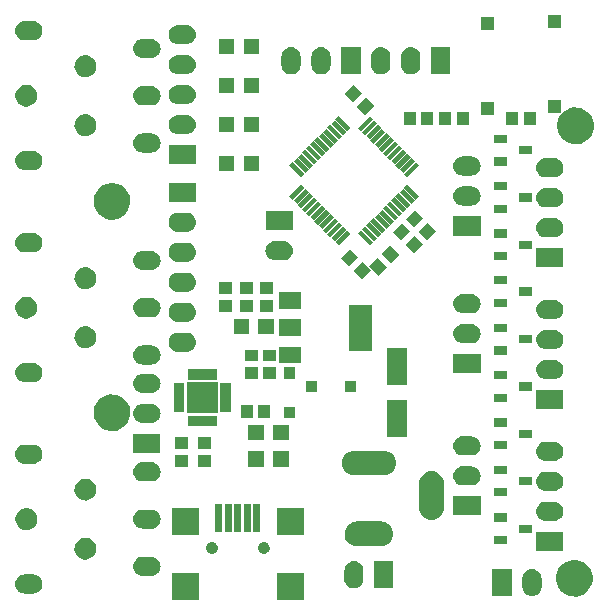
<source format=gts>
G04 #@! TF.FileFunction,Soldermask,Top*
%FSLAX46Y46*%
G04 Gerber Fmt 4.6, Leading zero omitted, Abs format (unit mm)*
G04 Created by KiCad (PCBNEW 4.1.0-alpha+201608281547+7098~46~ubuntu16.04.1-product) date Sun Sep  4 14:55:36 2016*
%MOMM*%
%LPD*%
G01*
G04 APERTURE LIST*
%ADD10C,0.100000*%
G04 APERTURE END LIST*
D10*
G36*
X144378310Y-135728150D02*
X142081210Y-135728150D01*
X142081210Y-133431050D01*
X144378310Y-133431050D01*
X144378310Y-135728150D01*
X144378310Y-135728150D01*
G37*
G36*
X135518790Y-135728150D02*
X133221690Y-135728150D01*
X133221690Y-133431050D01*
X135518790Y-133431050D01*
X135518790Y-135728150D01*
X135518790Y-135728150D01*
G37*
G36*
X167462803Y-132351030D02*
X167760567Y-132412153D01*
X168040784Y-132529945D01*
X168292788Y-132699923D01*
X168506979Y-132915615D01*
X168675194Y-133168798D01*
X168791027Y-133449830D01*
X168850001Y-133747671D01*
X168850001Y-133747681D01*
X168850067Y-133748015D01*
X168845219Y-134095207D01*
X168845142Y-134095545D01*
X168845142Y-134095553D01*
X168777878Y-134391622D01*
X168654241Y-134669315D01*
X168479023Y-134917703D01*
X168258891Y-135127331D01*
X168002244Y-135290204D01*
X167718843Y-135400129D01*
X167419492Y-135452912D01*
X167115588Y-135446546D01*
X166818703Y-135381272D01*
X166540161Y-135259579D01*
X166290549Y-135086095D01*
X166079394Y-134867437D01*
X165914733Y-134611934D01*
X165802833Y-134329308D01*
X165747960Y-134030325D01*
X165752205Y-133726385D01*
X165815402Y-133429061D01*
X165935151Y-133149667D01*
X166106884Y-132898857D01*
X166324065Y-132686178D01*
X166578416Y-132519735D01*
X166860253Y-132405866D01*
X167158836Y-132348908D01*
X167462803Y-132351030D01*
X167462803Y-132351030D01*
G37*
G36*
X163873226Y-133131194D02*
X163873240Y-133131198D01*
X163873275Y-133131202D01*
X164024663Y-133178064D01*
X164164065Y-133253438D01*
X164286171Y-133354454D01*
X164386332Y-133477263D01*
X164460731Y-133617188D01*
X164506536Y-133768899D01*
X164522000Y-133926617D01*
X164522000Y-134613383D01*
X164521921Y-134624720D01*
X164504256Y-134782207D01*
X164456338Y-134933264D01*
X164379992Y-135072136D01*
X164278127Y-135193535D01*
X164154621Y-135292836D01*
X164014181Y-135366256D01*
X163862154Y-135411000D01*
X163862120Y-135411003D01*
X163862107Y-135411007D01*
X163704333Y-135425366D01*
X163546774Y-135408806D01*
X163546760Y-135408802D01*
X163546725Y-135408798D01*
X163395337Y-135361936D01*
X163255935Y-135286562D01*
X163133829Y-135185546D01*
X163033668Y-135062737D01*
X162959269Y-134922812D01*
X162913464Y-134771101D01*
X162898000Y-134613383D01*
X162898000Y-133926617D01*
X162898079Y-133915280D01*
X162915744Y-133757793D01*
X162963662Y-133606736D01*
X163040008Y-133467864D01*
X163141873Y-133346465D01*
X163265379Y-133247164D01*
X163405819Y-133173744D01*
X163557846Y-133129000D01*
X163557880Y-133128997D01*
X163557893Y-133128993D01*
X163715667Y-133114634D01*
X163873226Y-133131194D01*
X163873226Y-133131194D01*
G37*
G36*
X161982000Y-135419820D02*
X160358000Y-135419820D01*
X160358000Y-133120180D01*
X161982000Y-133120180D01*
X161982000Y-135419820D01*
X161982000Y-135419820D01*
G37*
G36*
X121450160Y-133588046D02*
X121454901Y-133588079D01*
X121612388Y-133605744D01*
X121763445Y-133653662D01*
X121902317Y-133730008D01*
X122023716Y-133831873D01*
X122123017Y-133955379D01*
X122196437Y-134095819D01*
X122241181Y-134247846D01*
X122241184Y-134247880D01*
X122241188Y-134247893D01*
X122255547Y-134405667D01*
X122238987Y-134563226D01*
X122238983Y-134563240D01*
X122238979Y-134563275D01*
X122192117Y-134714663D01*
X122116743Y-134854065D01*
X122015727Y-134976171D01*
X121892918Y-135076332D01*
X121752993Y-135150731D01*
X121601282Y-135196536D01*
X121443564Y-135212000D01*
X120756400Y-135212000D01*
X120749840Y-135211954D01*
X120745099Y-135211921D01*
X120587612Y-135194256D01*
X120436555Y-135146338D01*
X120297683Y-135069992D01*
X120176284Y-134968127D01*
X120076983Y-134844621D01*
X120003563Y-134704181D01*
X119958819Y-134552154D01*
X119958816Y-134552120D01*
X119958812Y-134552107D01*
X119944453Y-134394333D01*
X119961013Y-134236774D01*
X119961017Y-134236760D01*
X119961021Y-134236725D01*
X120007883Y-134085337D01*
X120083257Y-133945935D01*
X120184273Y-133823829D01*
X120307082Y-133723668D01*
X120447007Y-133649269D01*
X120598718Y-133603464D01*
X120756436Y-133588000D01*
X121443600Y-133588000D01*
X121450160Y-133588046D01*
X121450160Y-133588046D01*
G37*
G36*
X148793226Y-132461194D02*
X148793240Y-132461198D01*
X148793275Y-132461202D01*
X148944663Y-132508064D01*
X149084065Y-132583438D01*
X149206171Y-132684454D01*
X149306332Y-132807263D01*
X149380731Y-132947188D01*
X149426536Y-133098899D01*
X149442000Y-133256617D01*
X149442000Y-133943383D01*
X149441921Y-133954720D01*
X149424256Y-134112207D01*
X149376338Y-134263264D01*
X149299992Y-134402136D01*
X149198127Y-134523535D01*
X149074621Y-134622836D01*
X148934181Y-134696256D01*
X148782154Y-134741000D01*
X148782120Y-134741003D01*
X148782107Y-134741007D01*
X148624333Y-134755366D01*
X148466774Y-134738806D01*
X148466760Y-134738802D01*
X148466725Y-134738798D01*
X148315337Y-134691936D01*
X148175935Y-134616562D01*
X148053829Y-134515546D01*
X147953668Y-134392737D01*
X147879269Y-134252812D01*
X147833464Y-134101101D01*
X147818000Y-133943383D01*
X147818000Y-133256617D01*
X147818079Y-133245280D01*
X147835744Y-133087793D01*
X147883662Y-132936736D01*
X147960008Y-132797864D01*
X148061873Y-132676465D01*
X148185379Y-132577164D01*
X148325819Y-132503744D01*
X148477846Y-132459000D01*
X148477880Y-132458997D01*
X148477893Y-132458993D01*
X148635667Y-132444634D01*
X148793226Y-132461194D01*
X148793226Y-132461194D01*
G37*
G36*
X151982000Y-134749820D02*
X150358000Y-134749820D01*
X150358000Y-132450180D01*
X151982000Y-132450180D01*
X151982000Y-134749820D01*
X151982000Y-134749820D01*
G37*
G36*
X131450160Y-132088046D02*
X131454901Y-132088079D01*
X131612388Y-132105744D01*
X131763445Y-132153662D01*
X131902317Y-132230008D01*
X132023716Y-132331873D01*
X132123017Y-132455379D01*
X132196437Y-132595819D01*
X132241181Y-132747846D01*
X132241184Y-132747880D01*
X132241188Y-132747893D01*
X132255547Y-132905667D01*
X132238987Y-133063226D01*
X132238983Y-133063240D01*
X132238979Y-133063275D01*
X132192117Y-133214663D01*
X132116743Y-133354065D01*
X132015727Y-133476171D01*
X131892918Y-133576332D01*
X131752993Y-133650731D01*
X131601282Y-133696536D01*
X131443564Y-133712000D01*
X130756400Y-133712000D01*
X130749840Y-133711954D01*
X130745099Y-133711921D01*
X130587612Y-133694256D01*
X130436555Y-133646338D01*
X130297683Y-133569992D01*
X130176284Y-133468127D01*
X130076983Y-133344621D01*
X130003563Y-133204181D01*
X129958819Y-133052154D01*
X129958816Y-133052120D01*
X129958812Y-133052107D01*
X129944453Y-132894333D01*
X129961013Y-132736774D01*
X129961017Y-132736760D01*
X129961021Y-132736725D01*
X130007883Y-132585337D01*
X130083257Y-132445935D01*
X130184273Y-132323829D01*
X130307082Y-132223668D01*
X130447007Y-132149269D01*
X130598718Y-132103464D01*
X130756436Y-132088000D01*
X131443600Y-132088000D01*
X131450160Y-132088046D01*
X131450160Y-132088046D01*
G37*
G36*
X125996520Y-130474944D02*
X126174224Y-130511422D01*
X126341455Y-130581719D01*
X126491850Y-130683161D01*
X126619678Y-130811886D01*
X126720068Y-130962983D01*
X126789196Y-131130701D01*
X126824364Y-131308312D01*
X126824364Y-131308322D01*
X126824430Y-131308656D01*
X126821537Y-131515858D01*
X126821460Y-131516196D01*
X126821460Y-131516204D01*
X126781349Y-131692757D01*
X126707563Y-131858483D01*
X126602994Y-132006719D01*
X126471619Y-132131825D01*
X126318455Y-132229025D01*
X126149323Y-132294629D01*
X125970673Y-132326128D01*
X125789305Y-132322330D01*
X125612122Y-132283374D01*
X125445890Y-132210749D01*
X125296928Y-132107217D01*
X125170911Y-131976722D01*
X125072640Y-131824237D01*
X125005860Y-131655569D01*
X124973111Y-131477136D01*
X124975645Y-131295747D01*
X125013360Y-131118308D01*
X125084826Y-130951566D01*
X125187315Y-130801884D01*
X125316928Y-130674957D01*
X125468723Y-130575626D01*
X125636922Y-130507669D01*
X125815113Y-130473677D01*
X125996520Y-130474944D01*
X125996520Y-130474944D01*
G37*
G36*
X136655373Y-130829151D02*
X136751347Y-130848851D01*
X136841661Y-130886816D01*
X136922888Y-130941605D01*
X136991921Y-131011121D01*
X137046141Y-131092728D01*
X137083472Y-131183302D01*
X137102435Y-131279070D01*
X137102435Y-131279080D01*
X137102501Y-131279414D01*
X137100939Y-131391317D01*
X137100862Y-131391655D01*
X137100862Y-131391663D01*
X137079236Y-131486854D01*
X137039386Y-131576358D01*
X136982912Y-131656415D01*
X136911960Y-131723981D01*
X136829239Y-131776478D01*
X136737897Y-131811907D01*
X136641415Y-131828919D01*
X136543464Y-131826868D01*
X136447770Y-131805828D01*
X136357995Y-131766607D01*
X136277545Y-131710692D01*
X136209485Y-131640214D01*
X136156415Y-131557865D01*
X136120348Y-131466772D01*
X136102661Y-131370403D01*
X136104030Y-131272441D01*
X136124398Y-131176614D01*
X136162995Y-131086560D01*
X136218346Y-131005722D01*
X136288347Y-130937171D01*
X136370324Y-130883527D01*
X136461167Y-130846824D01*
X136557399Y-130828467D01*
X136655373Y-130829151D01*
X136655373Y-130829151D01*
G37*
G36*
X141052113Y-130829151D02*
X141148087Y-130848851D01*
X141238401Y-130886816D01*
X141319628Y-130941605D01*
X141388661Y-131011121D01*
X141442881Y-131092728D01*
X141480212Y-131183302D01*
X141499175Y-131279070D01*
X141499175Y-131279080D01*
X141499241Y-131279414D01*
X141497679Y-131391317D01*
X141497602Y-131391655D01*
X141497602Y-131391663D01*
X141475976Y-131486854D01*
X141436126Y-131576358D01*
X141379652Y-131656415D01*
X141308700Y-131723981D01*
X141225979Y-131776478D01*
X141134637Y-131811907D01*
X141038155Y-131828919D01*
X140940204Y-131826868D01*
X140844510Y-131805828D01*
X140754735Y-131766607D01*
X140674285Y-131710692D01*
X140606225Y-131640214D01*
X140553155Y-131557865D01*
X140517088Y-131466772D01*
X140499401Y-131370403D01*
X140500770Y-131272441D01*
X140521138Y-131176614D01*
X140559735Y-131086560D01*
X140615086Y-131005722D01*
X140685087Y-130937171D01*
X140767064Y-130883527D01*
X140857907Y-130846824D01*
X140954139Y-130828467D01*
X141052113Y-130829151D01*
X141052113Y-130829151D01*
G37*
G36*
X166359820Y-131592000D02*
X164060180Y-131592000D01*
X164060180Y-129968000D01*
X166359820Y-129968000D01*
X166359820Y-131592000D01*
X166359820Y-131592000D01*
G37*
G36*
X150920200Y-129101656D02*
X150925333Y-129101692D01*
X151128881Y-129124524D01*
X151324118Y-129186457D01*
X151503607Y-129285132D01*
X151660512Y-129416790D01*
X151788856Y-129576418D01*
X151883750Y-129757934D01*
X151941581Y-129954425D01*
X151941584Y-129954459D01*
X151941588Y-129954472D01*
X151960147Y-130158405D01*
X151938742Y-130362060D01*
X151938738Y-130362074D01*
X151938734Y-130362109D01*
X151878166Y-130557774D01*
X151780747Y-130737947D01*
X151650187Y-130895767D01*
X151491459Y-131025223D01*
X151310610Y-131121382D01*
X151114527Y-131180583D01*
X150910680Y-131200570D01*
X148889284Y-131200570D01*
X148879800Y-131200504D01*
X148874667Y-131200468D01*
X148671119Y-131177636D01*
X148475882Y-131115703D01*
X148296393Y-131017028D01*
X148139488Y-130885370D01*
X148011144Y-130725742D01*
X147916250Y-130544226D01*
X147858419Y-130347735D01*
X147858416Y-130347701D01*
X147858412Y-130347688D01*
X147839853Y-130143755D01*
X147861258Y-129940100D01*
X147861262Y-129940086D01*
X147861266Y-129940051D01*
X147921834Y-129744386D01*
X148019253Y-129564213D01*
X148149813Y-129406393D01*
X148308541Y-129276937D01*
X148489390Y-129180778D01*
X148685473Y-129121577D01*
X148889320Y-129101590D01*
X150910716Y-129101590D01*
X150920200Y-129101656D01*
X150920200Y-129101656D01*
G37*
G36*
X161553740Y-131019720D02*
X160452980Y-131019720D01*
X160452980Y-130320280D01*
X161553740Y-130320280D01*
X161553740Y-131019720D01*
X161553740Y-131019720D01*
G37*
G36*
X135518790Y-130229050D02*
X133221690Y-130229050D01*
X133221690Y-127931950D01*
X135518790Y-127931950D01*
X135518790Y-130229050D01*
X135518790Y-130229050D01*
G37*
G36*
X144378310Y-130229050D02*
X142081210Y-130229050D01*
X142081210Y-127931950D01*
X144378310Y-127931950D01*
X144378310Y-130229050D01*
X144378310Y-130229050D01*
G37*
G36*
X163667020Y-130067220D02*
X162566260Y-130067220D01*
X162566260Y-129367780D01*
X163667020Y-129367780D01*
X163667020Y-130067220D01*
X163667020Y-130067220D01*
G37*
G36*
X140696580Y-129949650D02*
X140098740Y-129949650D01*
X140098740Y-127652550D01*
X140696580Y-127652550D01*
X140696580Y-129949650D01*
X140696580Y-129949650D01*
G37*
G36*
X139896480Y-129949650D02*
X139298640Y-129949650D01*
X139298640Y-127652550D01*
X139896480Y-127652550D01*
X139896480Y-129949650D01*
X139896480Y-129949650D01*
G37*
G36*
X138301360Y-129949650D02*
X137703520Y-129949650D01*
X137703520Y-127652550D01*
X138301360Y-127652550D01*
X138301360Y-129949650D01*
X138301360Y-129949650D01*
G37*
G36*
X137501260Y-129949650D02*
X136903420Y-129949650D01*
X136903420Y-127652550D01*
X137501260Y-127652550D01*
X137501260Y-129949650D01*
X137501260Y-129949650D01*
G37*
G36*
X139098920Y-129949650D02*
X138501080Y-129949650D01*
X138501080Y-127652550D01*
X139098920Y-127652550D01*
X139098920Y-129949650D01*
X139098920Y-129949650D01*
G37*
G36*
X120997800Y-127975584D02*
X121175504Y-128012062D01*
X121342735Y-128082359D01*
X121493130Y-128183801D01*
X121620958Y-128312526D01*
X121721348Y-128463623D01*
X121790476Y-128631341D01*
X121825644Y-128808952D01*
X121825644Y-128808962D01*
X121825710Y-128809296D01*
X121822817Y-129016498D01*
X121822740Y-129016836D01*
X121822740Y-129016844D01*
X121782629Y-129193397D01*
X121708843Y-129359123D01*
X121604274Y-129507359D01*
X121472899Y-129632465D01*
X121319735Y-129729665D01*
X121150603Y-129795269D01*
X120971953Y-129826768D01*
X120790585Y-129822970D01*
X120613402Y-129784014D01*
X120447170Y-129711389D01*
X120298208Y-129607857D01*
X120172191Y-129477362D01*
X120073920Y-129324877D01*
X120007140Y-129156209D01*
X119974391Y-128977776D01*
X119976925Y-128796387D01*
X120014640Y-128618948D01*
X120086106Y-128452206D01*
X120188595Y-128302524D01*
X120318208Y-128175597D01*
X120470003Y-128076266D01*
X120638202Y-128008309D01*
X120816393Y-127974317D01*
X120997800Y-127975584D01*
X120997800Y-127975584D01*
G37*
G36*
X131450160Y-128088046D02*
X131454901Y-128088079D01*
X131612388Y-128105744D01*
X131763445Y-128153662D01*
X131902317Y-128230008D01*
X132023716Y-128331873D01*
X132123017Y-128455379D01*
X132196437Y-128595819D01*
X132241181Y-128747846D01*
X132241184Y-128747880D01*
X132241188Y-128747893D01*
X132255547Y-128905667D01*
X132238987Y-129063226D01*
X132238983Y-129063240D01*
X132238979Y-129063275D01*
X132192117Y-129214663D01*
X132116743Y-129354065D01*
X132015727Y-129476171D01*
X131892918Y-129576332D01*
X131752993Y-129650731D01*
X131601282Y-129696536D01*
X131443564Y-129712000D01*
X130756400Y-129712000D01*
X130749840Y-129711954D01*
X130745099Y-129711921D01*
X130587612Y-129694256D01*
X130436555Y-129646338D01*
X130297683Y-129569992D01*
X130176284Y-129468127D01*
X130076983Y-129344621D01*
X130003563Y-129204181D01*
X129958819Y-129052154D01*
X129958816Y-129052120D01*
X129958812Y-129052107D01*
X129944453Y-128894333D01*
X129961013Y-128736774D01*
X129961017Y-128736760D01*
X129961021Y-128736725D01*
X130007883Y-128585337D01*
X130083257Y-128445935D01*
X130184273Y-128323829D01*
X130307082Y-128223668D01*
X130447007Y-128149269D01*
X130598718Y-128103464D01*
X130756436Y-128088000D01*
X131443600Y-128088000D01*
X131450160Y-128088046D01*
X131450160Y-128088046D01*
G37*
G36*
X161553740Y-129114720D02*
X160452980Y-129114720D01*
X160452980Y-128415280D01*
X161553740Y-128415280D01*
X161553740Y-129114720D01*
X161553740Y-129114720D01*
G37*
G36*
X165559979Y-127428046D02*
X165564720Y-127428079D01*
X165722207Y-127445744D01*
X165873264Y-127493662D01*
X166012136Y-127570008D01*
X166133535Y-127671873D01*
X166232836Y-127795379D01*
X166306256Y-127935819D01*
X166351000Y-128087846D01*
X166351003Y-128087880D01*
X166351007Y-128087893D01*
X166365366Y-128245667D01*
X166348806Y-128403226D01*
X166348802Y-128403240D01*
X166348798Y-128403275D01*
X166301936Y-128554663D01*
X166226562Y-128694065D01*
X166125546Y-128816171D01*
X166002737Y-128916332D01*
X165862812Y-128990731D01*
X165711101Y-129036536D01*
X165553383Y-129052000D01*
X164866581Y-129052000D01*
X164860021Y-129051954D01*
X164855280Y-129051921D01*
X164697793Y-129034256D01*
X164546736Y-128986338D01*
X164407864Y-128909992D01*
X164286465Y-128808127D01*
X164187164Y-128684621D01*
X164113744Y-128544181D01*
X164069000Y-128392154D01*
X164068997Y-128392120D01*
X164068993Y-128392107D01*
X164054634Y-128234333D01*
X164071194Y-128076774D01*
X164071198Y-128076760D01*
X164071202Y-128076725D01*
X164118064Y-127925337D01*
X164193438Y-127785935D01*
X164294454Y-127663829D01*
X164417263Y-127563668D01*
X164557188Y-127489269D01*
X164708899Y-127443464D01*
X164866617Y-127428000D01*
X165553419Y-127428000D01*
X165559979Y-127428046D01*
X165559979Y-127428046D01*
G37*
G36*
X155411960Y-124861138D02*
X155411974Y-124861142D01*
X155412009Y-124861146D01*
X155607674Y-124921714D01*
X155787847Y-125019133D01*
X155945667Y-125149693D01*
X156075123Y-125308421D01*
X156171282Y-125489270D01*
X156230483Y-125685353D01*
X156250470Y-125889200D01*
X156250470Y-127910560D01*
X156250368Y-127925213D01*
X156227536Y-128128761D01*
X156165603Y-128323998D01*
X156066928Y-128503487D01*
X155935270Y-128660392D01*
X155775642Y-128788736D01*
X155594126Y-128883630D01*
X155397635Y-128941461D01*
X155397601Y-128941464D01*
X155397588Y-128941468D01*
X155193655Y-128960027D01*
X154990000Y-128938622D01*
X154989986Y-128938618D01*
X154989951Y-128938614D01*
X154794286Y-128878046D01*
X154614113Y-128780627D01*
X154456293Y-128650067D01*
X154326837Y-128491339D01*
X154230678Y-128310490D01*
X154171477Y-128114407D01*
X154151490Y-127910560D01*
X154151490Y-125889200D01*
X154151592Y-125874547D01*
X154174424Y-125670999D01*
X154236357Y-125475762D01*
X154335032Y-125296273D01*
X154466690Y-125139368D01*
X154626318Y-125011024D01*
X154807834Y-124916130D01*
X155004325Y-124858299D01*
X155004359Y-124858296D01*
X155004372Y-124858292D01*
X155208305Y-124839733D01*
X155411960Y-124861138D01*
X155411960Y-124861138D01*
G37*
G36*
X159349820Y-128592000D02*
X157050180Y-128592000D01*
X157050180Y-126968000D01*
X159349820Y-126968000D01*
X159349820Y-128592000D01*
X159349820Y-128592000D01*
G37*
G36*
X125996520Y-125476224D02*
X126174224Y-125512702D01*
X126341455Y-125582999D01*
X126491850Y-125684441D01*
X126619678Y-125813166D01*
X126720068Y-125964263D01*
X126789196Y-126131981D01*
X126824364Y-126309592D01*
X126824364Y-126309602D01*
X126824430Y-126309936D01*
X126821537Y-126517138D01*
X126821460Y-126517476D01*
X126821460Y-126517484D01*
X126781349Y-126694037D01*
X126707563Y-126859763D01*
X126602994Y-127007999D01*
X126471619Y-127133105D01*
X126318455Y-127230305D01*
X126149323Y-127295909D01*
X125970673Y-127327408D01*
X125789305Y-127323610D01*
X125612122Y-127284654D01*
X125445890Y-127212029D01*
X125296928Y-127108497D01*
X125170911Y-126978002D01*
X125072640Y-126825517D01*
X125005860Y-126656849D01*
X124973111Y-126478416D01*
X124975645Y-126297027D01*
X125013360Y-126119588D01*
X125084826Y-125952846D01*
X125187315Y-125803164D01*
X125316928Y-125676237D01*
X125468723Y-125576906D01*
X125636922Y-125508949D01*
X125815113Y-125474957D01*
X125996520Y-125476224D01*
X125996520Y-125476224D01*
G37*
G36*
X161553740Y-126972220D02*
X160452980Y-126972220D01*
X160452980Y-126272780D01*
X161553740Y-126272780D01*
X161553740Y-126972220D01*
X161553740Y-126972220D01*
G37*
G36*
X165559979Y-124888046D02*
X165564720Y-124888079D01*
X165722207Y-124905744D01*
X165873264Y-124953662D01*
X166012136Y-125030008D01*
X166133535Y-125131873D01*
X166232836Y-125255379D01*
X166306256Y-125395819D01*
X166351000Y-125547846D01*
X166351003Y-125547880D01*
X166351007Y-125547893D01*
X166365366Y-125705667D01*
X166348806Y-125863226D01*
X166348802Y-125863240D01*
X166348798Y-125863275D01*
X166301936Y-126014663D01*
X166226562Y-126154065D01*
X166125546Y-126276171D01*
X166002737Y-126376332D01*
X165862812Y-126450731D01*
X165711101Y-126496536D01*
X165553383Y-126512000D01*
X164866581Y-126512000D01*
X164860021Y-126511954D01*
X164855280Y-126511921D01*
X164697793Y-126494256D01*
X164546736Y-126446338D01*
X164407864Y-126369992D01*
X164286465Y-126268127D01*
X164187164Y-126144621D01*
X164113744Y-126004181D01*
X164069000Y-125852154D01*
X164068997Y-125852120D01*
X164068993Y-125852107D01*
X164054634Y-125694333D01*
X164071194Y-125536774D01*
X164071198Y-125536760D01*
X164071202Y-125536725D01*
X164118064Y-125385337D01*
X164193438Y-125245935D01*
X164294454Y-125123829D01*
X164417263Y-125023668D01*
X164557188Y-124949269D01*
X164708899Y-124903464D01*
X164866617Y-124888000D01*
X165553419Y-124888000D01*
X165559979Y-124888046D01*
X165559979Y-124888046D01*
G37*
G36*
X158549979Y-124428046D02*
X158554720Y-124428079D01*
X158712207Y-124445744D01*
X158863264Y-124493662D01*
X159002136Y-124570008D01*
X159123535Y-124671873D01*
X159222836Y-124795379D01*
X159296256Y-124935819D01*
X159341000Y-125087846D01*
X159341003Y-125087880D01*
X159341007Y-125087893D01*
X159355366Y-125245667D01*
X159338806Y-125403226D01*
X159338802Y-125403240D01*
X159338798Y-125403275D01*
X159291936Y-125554663D01*
X159216562Y-125694065D01*
X159115546Y-125816171D01*
X158992737Y-125916332D01*
X158852812Y-125990731D01*
X158701101Y-126036536D01*
X158543383Y-126052000D01*
X157856581Y-126052000D01*
X157850021Y-126051954D01*
X157845280Y-126051921D01*
X157687793Y-126034256D01*
X157536736Y-125986338D01*
X157397864Y-125909992D01*
X157276465Y-125808127D01*
X157177164Y-125684621D01*
X157103744Y-125544181D01*
X157059000Y-125392154D01*
X157058997Y-125392120D01*
X157058993Y-125392107D01*
X157044634Y-125234333D01*
X157061194Y-125076774D01*
X157061198Y-125076760D01*
X157061202Y-125076725D01*
X157108064Y-124925337D01*
X157183438Y-124785935D01*
X157284454Y-124663829D01*
X157407263Y-124563668D01*
X157547188Y-124489269D01*
X157698899Y-124443464D01*
X157856617Y-124428000D01*
X158543419Y-124428000D01*
X158549979Y-124428046D01*
X158549979Y-124428046D01*
G37*
G36*
X163667020Y-126019720D02*
X162566260Y-126019720D01*
X162566260Y-125320280D01*
X163667020Y-125320280D01*
X163667020Y-126019720D01*
X163667020Y-126019720D01*
G37*
G36*
X131450160Y-124088046D02*
X131454901Y-124088079D01*
X131612388Y-124105744D01*
X131763445Y-124153662D01*
X131902317Y-124230008D01*
X132023716Y-124331873D01*
X132123017Y-124455379D01*
X132196437Y-124595819D01*
X132241181Y-124747846D01*
X132241184Y-124747880D01*
X132241188Y-124747893D01*
X132255547Y-124905667D01*
X132238987Y-125063226D01*
X132238983Y-125063240D01*
X132238979Y-125063275D01*
X132192117Y-125214663D01*
X132116743Y-125354065D01*
X132015727Y-125476171D01*
X131892918Y-125576332D01*
X131752993Y-125650731D01*
X131601282Y-125696536D01*
X131443564Y-125712000D01*
X130756400Y-125712000D01*
X130749840Y-125711954D01*
X130745099Y-125711921D01*
X130587612Y-125694256D01*
X130436555Y-125646338D01*
X130297683Y-125569992D01*
X130176284Y-125468127D01*
X130076983Y-125344621D01*
X130003563Y-125204181D01*
X129958819Y-125052154D01*
X129958816Y-125052120D01*
X129958812Y-125052107D01*
X129944453Y-124894333D01*
X129961013Y-124736774D01*
X129961017Y-124736760D01*
X129961021Y-124736725D01*
X130007883Y-124585337D01*
X130083257Y-124445935D01*
X130184273Y-124323829D01*
X130307082Y-124223668D01*
X130447007Y-124149269D01*
X130598718Y-124103464D01*
X130756436Y-124088000D01*
X131443600Y-124088000D01*
X131450160Y-124088046D01*
X131450160Y-124088046D01*
G37*
G36*
X151171601Y-123099636D02*
X151176734Y-123099672D01*
X151380282Y-123122504D01*
X151575519Y-123184437D01*
X151755008Y-123283112D01*
X151911913Y-123414770D01*
X152040257Y-123574398D01*
X152135151Y-123755914D01*
X152192982Y-123952405D01*
X152192985Y-123952439D01*
X152192989Y-123952452D01*
X152211548Y-124156385D01*
X152190143Y-124360040D01*
X152190139Y-124360054D01*
X152190135Y-124360089D01*
X152129567Y-124555754D01*
X152032148Y-124735927D01*
X151901588Y-124893747D01*
X151742860Y-125023203D01*
X151562011Y-125119362D01*
X151365928Y-125178563D01*
X151162081Y-125198550D01*
X148637883Y-125198550D01*
X148628399Y-125198484D01*
X148623266Y-125198448D01*
X148419718Y-125175616D01*
X148224481Y-125113683D01*
X148044992Y-125015008D01*
X147888087Y-124883350D01*
X147759743Y-124723722D01*
X147664849Y-124542206D01*
X147607018Y-124345715D01*
X147607015Y-124345681D01*
X147607011Y-124345668D01*
X147588452Y-124141735D01*
X147609857Y-123938080D01*
X147609861Y-123938066D01*
X147609865Y-123938031D01*
X147670433Y-123742366D01*
X147767852Y-123562193D01*
X147898412Y-123404373D01*
X148057140Y-123274917D01*
X148237989Y-123178758D01*
X148434072Y-123119557D01*
X148637919Y-123099570D01*
X151162117Y-123099570D01*
X151171601Y-123099636D01*
X151171601Y-123099636D01*
G37*
G36*
X161553740Y-125067220D02*
X160452980Y-125067220D01*
X160452980Y-124367780D01*
X161553740Y-124367780D01*
X161553740Y-125067220D01*
X161553740Y-125067220D01*
G37*
G36*
X134550380Y-124451420D02*
X133449620Y-124451420D01*
X133449620Y-123452260D01*
X134550380Y-123452260D01*
X134550380Y-124451420D01*
X134550380Y-124451420D01*
G37*
G36*
X136550380Y-124451420D02*
X135449620Y-124451420D01*
X135449620Y-123452260D01*
X136550380Y-123452260D01*
X136550380Y-124451420D01*
X136550380Y-124451420D01*
G37*
G36*
X143098460Y-124449440D02*
X141799580Y-124449440D01*
X141799580Y-123150560D01*
X143098460Y-123150560D01*
X143098460Y-124449440D01*
X143098460Y-124449440D01*
G37*
G36*
X141000420Y-124449440D02*
X139701540Y-124449440D01*
X139701540Y-123150560D01*
X141000420Y-123150560D01*
X141000420Y-124449440D01*
X141000420Y-124449440D01*
G37*
G36*
X121450160Y-122588046D02*
X121454901Y-122588079D01*
X121612388Y-122605744D01*
X121763445Y-122653662D01*
X121902317Y-122730008D01*
X122023716Y-122831873D01*
X122123017Y-122955379D01*
X122196437Y-123095819D01*
X122241181Y-123247846D01*
X122241184Y-123247880D01*
X122241188Y-123247893D01*
X122255547Y-123405667D01*
X122238987Y-123563226D01*
X122238983Y-123563240D01*
X122238979Y-123563275D01*
X122192117Y-123714663D01*
X122116743Y-123854065D01*
X122015727Y-123976171D01*
X121892918Y-124076332D01*
X121752993Y-124150731D01*
X121601282Y-124196536D01*
X121443564Y-124212000D01*
X120756400Y-124212000D01*
X120749840Y-124211954D01*
X120745099Y-124211921D01*
X120587612Y-124194256D01*
X120436555Y-124146338D01*
X120297683Y-124069992D01*
X120176284Y-123968127D01*
X120076983Y-123844621D01*
X120003563Y-123704181D01*
X119958819Y-123552154D01*
X119958816Y-123552120D01*
X119958812Y-123552107D01*
X119944453Y-123394333D01*
X119961013Y-123236774D01*
X119961017Y-123236760D01*
X119961021Y-123236725D01*
X120007883Y-123085337D01*
X120083257Y-122945935D01*
X120184273Y-122823829D01*
X120307082Y-122723668D01*
X120447007Y-122649269D01*
X120598718Y-122603464D01*
X120756436Y-122588000D01*
X121443600Y-122588000D01*
X121450160Y-122588046D01*
X121450160Y-122588046D01*
G37*
G36*
X165559979Y-122348046D02*
X165564720Y-122348079D01*
X165722207Y-122365744D01*
X165873264Y-122413662D01*
X166012136Y-122490008D01*
X166133535Y-122591873D01*
X166232836Y-122715379D01*
X166306256Y-122855819D01*
X166351000Y-123007846D01*
X166351003Y-123007880D01*
X166351007Y-123007893D01*
X166365366Y-123165667D01*
X166348806Y-123323226D01*
X166348802Y-123323240D01*
X166348798Y-123323275D01*
X166301936Y-123474663D01*
X166226562Y-123614065D01*
X166125546Y-123736171D01*
X166002737Y-123836332D01*
X165862812Y-123910731D01*
X165711101Y-123956536D01*
X165553383Y-123972000D01*
X164866581Y-123972000D01*
X164860021Y-123971954D01*
X164855280Y-123971921D01*
X164697793Y-123954256D01*
X164546736Y-123906338D01*
X164407864Y-123829992D01*
X164286465Y-123728127D01*
X164187164Y-123604621D01*
X164113744Y-123464181D01*
X164069000Y-123312154D01*
X164068997Y-123312120D01*
X164068993Y-123312107D01*
X164054634Y-123154333D01*
X164071194Y-122996774D01*
X164071198Y-122996760D01*
X164071202Y-122996725D01*
X164118064Y-122845337D01*
X164193438Y-122705935D01*
X164294454Y-122583829D01*
X164417263Y-122483668D01*
X164557188Y-122409269D01*
X164708899Y-122363464D01*
X164866617Y-122348000D01*
X165553419Y-122348000D01*
X165559979Y-122348046D01*
X165559979Y-122348046D01*
G37*
G36*
X158549979Y-121888046D02*
X158554720Y-121888079D01*
X158712207Y-121905744D01*
X158863264Y-121953662D01*
X159002136Y-122030008D01*
X159123535Y-122131873D01*
X159222836Y-122255379D01*
X159296256Y-122395819D01*
X159341000Y-122547846D01*
X159341003Y-122547880D01*
X159341007Y-122547893D01*
X159355366Y-122705667D01*
X159338806Y-122863226D01*
X159338802Y-122863240D01*
X159338798Y-122863275D01*
X159291936Y-123014663D01*
X159216562Y-123154065D01*
X159115546Y-123276171D01*
X158992737Y-123376332D01*
X158852812Y-123450731D01*
X158701101Y-123496536D01*
X158543383Y-123512000D01*
X157856581Y-123512000D01*
X157850021Y-123511954D01*
X157845280Y-123511921D01*
X157687793Y-123494256D01*
X157536736Y-123446338D01*
X157397864Y-123369992D01*
X157276465Y-123268127D01*
X157177164Y-123144621D01*
X157103744Y-123004181D01*
X157059000Y-122852154D01*
X157058997Y-122852120D01*
X157058993Y-122852107D01*
X157044634Y-122694333D01*
X157061194Y-122536774D01*
X157061198Y-122536760D01*
X157061202Y-122536725D01*
X157108064Y-122385337D01*
X157183438Y-122245935D01*
X157284454Y-122123829D01*
X157407263Y-122023668D01*
X157547188Y-121949269D01*
X157698899Y-121903464D01*
X157856617Y-121888000D01*
X158543419Y-121888000D01*
X158549979Y-121888046D01*
X158549979Y-121888046D01*
G37*
G36*
X132249820Y-123302000D02*
X129950180Y-123302000D01*
X129950180Y-121678000D01*
X132249820Y-121678000D01*
X132249820Y-123302000D01*
X132249820Y-123302000D01*
G37*
G36*
X161553740Y-122972220D02*
X160452980Y-122972220D01*
X160452980Y-122272780D01*
X161553740Y-122272780D01*
X161553740Y-122972220D01*
X161553740Y-122972220D01*
G37*
G36*
X136550380Y-122947740D02*
X135449620Y-122947740D01*
X135449620Y-121948580D01*
X136550380Y-121948580D01*
X136550380Y-122947740D01*
X136550380Y-122947740D01*
G37*
G36*
X134550380Y-122947740D02*
X133449620Y-122947740D01*
X133449620Y-121948580D01*
X134550380Y-121948580D01*
X134550380Y-122947740D01*
X134550380Y-122947740D01*
G37*
G36*
X143098460Y-122199440D02*
X141799580Y-122199440D01*
X141799580Y-120900560D01*
X143098460Y-120900560D01*
X143098460Y-122199440D01*
X143098460Y-122199440D01*
G37*
G36*
X141000420Y-122199440D02*
X139701540Y-122199440D01*
X139701540Y-120900560D01*
X141000420Y-120900560D01*
X141000420Y-122199440D01*
X141000420Y-122199440D01*
G37*
G36*
X163667020Y-122019720D02*
X162566260Y-122019720D01*
X162566260Y-121320280D01*
X163667020Y-121320280D01*
X163667020Y-122019720D01*
X163667020Y-122019720D01*
G37*
G36*
X153140100Y-121949510D02*
X151439900Y-121949510D01*
X151439900Y-118849770D01*
X153140100Y-118849770D01*
X153140100Y-121949510D01*
X153140100Y-121949510D01*
G37*
G36*
X128312803Y-118351030D02*
X128610567Y-118412153D01*
X128890784Y-118529945D01*
X129142788Y-118699923D01*
X129356979Y-118915615D01*
X129525194Y-119168798D01*
X129641027Y-119449830D01*
X129700001Y-119747671D01*
X129700001Y-119747681D01*
X129700067Y-119748015D01*
X129695219Y-120095207D01*
X129695142Y-120095545D01*
X129695142Y-120095553D01*
X129627878Y-120391622D01*
X129504241Y-120669315D01*
X129329023Y-120917703D01*
X129108891Y-121127331D01*
X128852244Y-121290204D01*
X128568843Y-121400129D01*
X128269492Y-121452912D01*
X127965588Y-121446546D01*
X127668703Y-121381272D01*
X127390161Y-121259579D01*
X127140549Y-121086095D01*
X126929394Y-120867437D01*
X126764733Y-120611934D01*
X126652833Y-120329308D01*
X126597960Y-120030325D01*
X126602205Y-119726385D01*
X126665402Y-119429061D01*
X126785151Y-119149667D01*
X126956884Y-118898857D01*
X127174065Y-118686178D01*
X127428416Y-118519735D01*
X127710253Y-118405866D01*
X128008836Y-118348908D01*
X128312803Y-118351030D01*
X128312803Y-118351030D01*
G37*
G36*
X161553740Y-121067220D02*
X160452980Y-121067220D01*
X160452980Y-120367780D01*
X161553740Y-120367780D01*
X161553740Y-121067220D01*
X161553740Y-121067220D01*
G37*
G36*
X137022500Y-121035610D02*
X134579020Y-121035610D01*
X134579020Y-120164390D01*
X137022500Y-120164390D01*
X137022500Y-121035610D01*
X137022500Y-121035610D01*
G37*
G36*
X131449979Y-119138046D02*
X131454720Y-119138079D01*
X131612207Y-119155744D01*
X131763264Y-119203662D01*
X131902136Y-119280008D01*
X132023535Y-119381873D01*
X132122836Y-119505379D01*
X132196256Y-119645819D01*
X132241000Y-119797846D01*
X132241003Y-119797880D01*
X132241007Y-119797893D01*
X132255366Y-119955667D01*
X132238806Y-120113226D01*
X132238802Y-120113240D01*
X132238798Y-120113275D01*
X132191936Y-120264663D01*
X132116562Y-120404065D01*
X132015546Y-120526171D01*
X131892737Y-120626332D01*
X131752812Y-120700731D01*
X131601101Y-120746536D01*
X131443383Y-120762000D01*
X130756581Y-120762000D01*
X130750021Y-120761954D01*
X130745280Y-120761921D01*
X130587793Y-120744256D01*
X130436736Y-120696338D01*
X130297864Y-120619992D01*
X130176465Y-120518127D01*
X130077164Y-120394621D01*
X130003744Y-120254181D01*
X129959000Y-120102154D01*
X129958997Y-120102120D01*
X129958993Y-120102107D01*
X129944634Y-119944333D01*
X129961194Y-119786774D01*
X129961198Y-119786760D01*
X129961202Y-119786725D01*
X130008064Y-119635337D01*
X130083438Y-119495935D01*
X130184454Y-119373829D01*
X130307263Y-119273668D01*
X130447188Y-119199269D01*
X130598899Y-119153464D01*
X130756617Y-119138000D01*
X131443419Y-119138000D01*
X131449979Y-119138046D01*
X131449979Y-119138046D01*
G37*
G36*
X140047740Y-120350380D02*
X139048580Y-120350380D01*
X139048580Y-119249620D01*
X140047740Y-119249620D01*
X140047740Y-120350380D01*
X140047740Y-120350380D01*
G37*
G36*
X141551420Y-120350380D02*
X140552260Y-120350380D01*
X140552260Y-119249620D01*
X141551420Y-119249620D01*
X141551420Y-120350380D01*
X141551420Y-120350380D01*
G37*
G36*
X143675450Y-120349310D02*
X142724550Y-120349310D01*
X142724550Y-119398410D01*
X143675450Y-119398410D01*
X143675450Y-120349310D01*
X143675450Y-120349310D01*
G37*
G36*
X137121560Y-119954840D02*
X134479960Y-119954840D01*
X134479960Y-117313240D01*
X137121560Y-117313240D01*
X137121560Y-119954840D01*
X137121560Y-119954840D01*
G37*
G36*
X134270410Y-119855780D02*
X133399190Y-119855780D01*
X133399190Y-117412300D01*
X134270410Y-117412300D01*
X134270410Y-119855780D01*
X134270410Y-119855780D01*
G37*
G36*
X138202330Y-119855780D02*
X137331110Y-119855780D01*
X137331110Y-117412300D01*
X138202330Y-117412300D01*
X138202330Y-119855780D01*
X138202330Y-119855780D01*
G37*
G36*
X166359820Y-119592000D02*
X164060180Y-119592000D01*
X164060180Y-117968000D01*
X166359820Y-117968000D01*
X166359820Y-119592000D01*
X166359820Y-119592000D01*
G37*
G36*
X161553740Y-118972220D02*
X160452980Y-118972220D01*
X160452980Y-118272780D01*
X161553740Y-118272780D01*
X161553740Y-118972220D01*
X161553740Y-118972220D01*
G37*
G36*
X131449979Y-116598046D02*
X131454720Y-116598079D01*
X131612207Y-116615744D01*
X131763264Y-116663662D01*
X131902136Y-116740008D01*
X132023535Y-116841873D01*
X132122836Y-116965379D01*
X132196256Y-117105819D01*
X132241000Y-117257846D01*
X132241003Y-117257880D01*
X132241007Y-117257893D01*
X132255366Y-117415667D01*
X132238806Y-117573226D01*
X132238802Y-117573240D01*
X132238798Y-117573275D01*
X132191936Y-117724663D01*
X132116562Y-117864065D01*
X132015546Y-117986171D01*
X131892737Y-118086332D01*
X131752812Y-118160731D01*
X131601101Y-118206536D01*
X131443383Y-118222000D01*
X130756581Y-118222000D01*
X130750021Y-118221954D01*
X130745280Y-118221921D01*
X130587793Y-118204256D01*
X130436736Y-118156338D01*
X130297864Y-118079992D01*
X130176465Y-117978127D01*
X130077164Y-117854621D01*
X130003744Y-117714181D01*
X129959000Y-117562154D01*
X129958997Y-117562120D01*
X129958993Y-117562107D01*
X129944634Y-117404333D01*
X129961194Y-117246774D01*
X129961198Y-117246760D01*
X129961202Y-117246725D01*
X130008064Y-117095337D01*
X130083438Y-116955935D01*
X130184454Y-116833829D01*
X130307263Y-116733668D01*
X130447188Y-116659269D01*
X130598899Y-116613464D01*
X130756617Y-116598000D01*
X131443419Y-116598000D01*
X131449979Y-116598046D01*
X131449979Y-116598046D01*
G37*
G36*
X148849310Y-118175450D02*
X147898410Y-118175450D01*
X147898410Y-117224550D01*
X148849310Y-117224550D01*
X148849310Y-118175450D01*
X148849310Y-118175450D01*
G37*
G36*
X145501590Y-118175450D02*
X144550690Y-118175450D01*
X144550690Y-117224550D01*
X145501590Y-117224550D01*
X145501590Y-118175450D01*
X145501590Y-118175450D01*
G37*
G36*
X163667020Y-118019720D02*
X162566260Y-118019720D01*
X162566260Y-117320280D01*
X163667020Y-117320280D01*
X163667020Y-118019720D01*
X163667020Y-118019720D01*
G37*
G36*
X153140100Y-117550230D02*
X151439900Y-117550230D01*
X151439900Y-114450490D01*
X153140100Y-114450490D01*
X153140100Y-117550230D01*
X153140100Y-117550230D01*
G37*
G36*
X121450160Y-115688046D02*
X121454901Y-115688079D01*
X121612388Y-115705744D01*
X121763445Y-115753662D01*
X121902317Y-115830008D01*
X122023716Y-115931873D01*
X122123017Y-116055379D01*
X122196437Y-116195819D01*
X122241181Y-116347846D01*
X122241184Y-116347880D01*
X122241188Y-116347893D01*
X122255547Y-116505667D01*
X122238987Y-116663226D01*
X122238983Y-116663240D01*
X122238979Y-116663275D01*
X122192117Y-116814663D01*
X122116743Y-116954065D01*
X122015727Y-117076171D01*
X121892918Y-117176332D01*
X121752993Y-117250731D01*
X121601282Y-117296536D01*
X121443564Y-117312000D01*
X120756400Y-117312000D01*
X120749840Y-117311954D01*
X120745099Y-117311921D01*
X120587612Y-117294256D01*
X120436555Y-117246338D01*
X120297683Y-117169992D01*
X120176284Y-117068127D01*
X120076983Y-116944621D01*
X120003563Y-116804181D01*
X119958819Y-116652154D01*
X119958816Y-116652120D01*
X119958812Y-116652107D01*
X119944453Y-116494333D01*
X119961013Y-116336774D01*
X119961017Y-116336760D01*
X119961021Y-116336725D01*
X120007883Y-116185337D01*
X120083257Y-116045935D01*
X120184273Y-115923829D01*
X120307082Y-115823668D01*
X120447007Y-115749269D01*
X120598718Y-115703464D01*
X120756436Y-115688000D01*
X121443600Y-115688000D01*
X121450160Y-115688046D01*
X121450160Y-115688046D01*
G37*
G36*
X137022500Y-117103690D02*
X134579020Y-117103690D01*
X134579020Y-116232470D01*
X137022500Y-116232470D01*
X137022500Y-117103690D01*
X137022500Y-117103690D01*
G37*
G36*
X161553740Y-117067220D02*
X160452980Y-117067220D01*
X160452980Y-116367780D01*
X161553740Y-116367780D01*
X161553740Y-117067220D01*
X161553740Y-117067220D01*
G37*
G36*
X165559979Y-115428046D02*
X165564720Y-115428079D01*
X165722207Y-115445744D01*
X165873264Y-115493662D01*
X166012136Y-115570008D01*
X166133535Y-115671873D01*
X166232836Y-115795379D01*
X166306256Y-115935819D01*
X166351000Y-116087846D01*
X166351003Y-116087880D01*
X166351007Y-116087893D01*
X166365366Y-116245667D01*
X166348806Y-116403226D01*
X166348802Y-116403240D01*
X166348798Y-116403275D01*
X166301936Y-116554663D01*
X166226562Y-116694065D01*
X166125546Y-116816171D01*
X166002737Y-116916332D01*
X165862812Y-116990731D01*
X165711101Y-117036536D01*
X165553383Y-117052000D01*
X164866581Y-117052000D01*
X164860021Y-117051954D01*
X164855280Y-117051921D01*
X164697793Y-117034256D01*
X164546736Y-116986338D01*
X164407864Y-116909992D01*
X164286465Y-116808127D01*
X164187164Y-116684621D01*
X164113744Y-116544181D01*
X164069000Y-116392154D01*
X164068997Y-116392120D01*
X164068993Y-116392107D01*
X164054634Y-116234333D01*
X164071194Y-116076774D01*
X164071198Y-116076760D01*
X164071202Y-116076725D01*
X164118064Y-115925337D01*
X164193438Y-115785935D01*
X164294454Y-115663829D01*
X164417263Y-115563668D01*
X164557188Y-115489269D01*
X164708899Y-115443464D01*
X164866617Y-115428000D01*
X165553419Y-115428000D01*
X165559979Y-115428046D01*
X165559979Y-115428046D01*
G37*
G36*
X142050380Y-117051420D02*
X140949620Y-117051420D01*
X140949620Y-116052260D01*
X142050380Y-116052260D01*
X142050380Y-117051420D01*
X142050380Y-117051420D01*
G37*
G36*
X140550380Y-117051420D02*
X139449620Y-117051420D01*
X139449620Y-116052260D01*
X140550380Y-116052260D01*
X140550380Y-117051420D01*
X140550380Y-117051420D01*
G37*
G36*
X143675450Y-117001590D02*
X142724550Y-117001590D01*
X142724550Y-116050690D01*
X143675450Y-116050690D01*
X143675450Y-117001590D01*
X143675450Y-117001590D01*
G37*
G36*
X159349820Y-116552000D02*
X157050180Y-116552000D01*
X157050180Y-114928000D01*
X159349820Y-114928000D01*
X159349820Y-116552000D01*
X159349820Y-116552000D01*
G37*
G36*
X131450160Y-114188046D02*
X131454901Y-114188079D01*
X131612388Y-114205744D01*
X131763445Y-114253662D01*
X131902317Y-114330008D01*
X132023716Y-114431873D01*
X132123017Y-114555379D01*
X132196437Y-114695819D01*
X132241181Y-114847846D01*
X132241184Y-114847880D01*
X132241188Y-114847893D01*
X132255547Y-115005667D01*
X132238987Y-115163226D01*
X132238983Y-115163240D01*
X132238979Y-115163275D01*
X132192117Y-115314663D01*
X132116743Y-115454065D01*
X132015727Y-115576171D01*
X131892918Y-115676332D01*
X131752993Y-115750731D01*
X131601282Y-115796536D01*
X131443564Y-115812000D01*
X130756400Y-115812000D01*
X130749840Y-115811954D01*
X130745099Y-115811921D01*
X130587612Y-115794256D01*
X130436555Y-115746338D01*
X130297683Y-115669992D01*
X130176284Y-115568127D01*
X130076983Y-115444621D01*
X130003563Y-115304181D01*
X129958819Y-115152154D01*
X129958816Y-115152120D01*
X129958812Y-115152107D01*
X129944453Y-114994333D01*
X129961013Y-114836774D01*
X129961017Y-114836760D01*
X129961021Y-114836725D01*
X130007883Y-114685337D01*
X130083257Y-114545935D01*
X130184273Y-114423829D01*
X130307082Y-114323668D01*
X130447007Y-114249269D01*
X130598718Y-114203464D01*
X130756436Y-114188000D01*
X131443600Y-114188000D01*
X131450160Y-114188046D01*
X131450160Y-114188046D01*
G37*
G36*
X144150690Y-115700240D02*
X142249830Y-115700240D01*
X142249830Y-114299760D01*
X144150690Y-114299760D01*
X144150690Y-115700240D01*
X144150690Y-115700240D01*
G37*
G36*
X140550380Y-115547740D02*
X139449620Y-115547740D01*
X139449620Y-114548580D01*
X140550380Y-114548580D01*
X140550380Y-115547740D01*
X140550380Y-115547740D01*
G37*
G36*
X142050380Y-115547740D02*
X140949620Y-115547740D01*
X140949620Y-114548580D01*
X142050380Y-114548580D01*
X142050380Y-115547740D01*
X142050380Y-115547740D01*
G37*
G36*
X161553740Y-114972220D02*
X160452980Y-114972220D01*
X160452980Y-114272780D01*
X161553740Y-114272780D01*
X161553740Y-114972220D01*
X161553740Y-114972220D01*
G37*
G36*
X134449979Y-113108046D02*
X134454720Y-113108079D01*
X134612207Y-113125744D01*
X134763264Y-113173662D01*
X134902136Y-113250008D01*
X135023535Y-113351873D01*
X135122836Y-113475379D01*
X135196256Y-113615819D01*
X135241000Y-113767846D01*
X135241003Y-113767880D01*
X135241007Y-113767893D01*
X135255366Y-113925667D01*
X135238806Y-114083226D01*
X135238802Y-114083240D01*
X135238798Y-114083275D01*
X135191936Y-114234663D01*
X135116562Y-114374065D01*
X135015546Y-114496171D01*
X134892737Y-114596332D01*
X134752812Y-114670731D01*
X134601101Y-114716536D01*
X134443383Y-114732000D01*
X133756581Y-114732000D01*
X133750021Y-114731954D01*
X133745280Y-114731921D01*
X133587793Y-114714256D01*
X133436736Y-114666338D01*
X133297864Y-114589992D01*
X133176465Y-114488127D01*
X133077164Y-114364621D01*
X133003744Y-114224181D01*
X132959000Y-114072154D01*
X132958997Y-114072120D01*
X132958993Y-114072107D01*
X132944634Y-113914333D01*
X132961194Y-113756774D01*
X132961198Y-113756760D01*
X132961202Y-113756725D01*
X133008064Y-113605337D01*
X133083438Y-113465935D01*
X133184454Y-113343829D01*
X133307263Y-113243668D01*
X133447188Y-113169269D01*
X133598899Y-113123464D01*
X133756617Y-113108000D01*
X134443419Y-113108000D01*
X134449979Y-113108046D01*
X134449979Y-113108046D01*
G37*
G36*
X150150170Y-114648680D02*
X148249310Y-114648680D01*
X148249310Y-110748840D01*
X150150170Y-110748840D01*
X150150170Y-114648680D01*
X150150170Y-114648680D01*
G37*
G36*
X165559979Y-112888046D02*
X165564720Y-112888079D01*
X165722207Y-112905744D01*
X165873264Y-112953662D01*
X166012136Y-113030008D01*
X166133535Y-113131873D01*
X166232836Y-113255379D01*
X166306256Y-113395819D01*
X166351000Y-113547846D01*
X166351003Y-113547880D01*
X166351007Y-113547893D01*
X166365366Y-113705667D01*
X166348806Y-113863226D01*
X166348802Y-113863240D01*
X166348798Y-113863275D01*
X166301936Y-114014663D01*
X166226562Y-114154065D01*
X166125546Y-114276171D01*
X166002737Y-114376332D01*
X165862812Y-114450731D01*
X165711101Y-114496536D01*
X165553383Y-114512000D01*
X164866581Y-114512000D01*
X164860021Y-114511954D01*
X164855280Y-114511921D01*
X164697793Y-114494256D01*
X164546736Y-114446338D01*
X164407864Y-114369992D01*
X164286465Y-114268127D01*
X164187164Y-114144621D01*
X164113744Y-114004181D01*
X164069000Y-113852154D01*
X164068997Y-113852120D01*
X164068993Y-113852107D01*
X164054634Y-113694333D01*
X164071194Y-113536774D01*
X164071198Y-113536760D01*
X164071202Y-113536725D01*
X164118064Y-113385337D01*
X164193438Y-113245935D01*
X164294454Y-113123829D01*
X164417263Y-113023668D01*
X164557188Y-112949269D01*
X164708899Y-112903464D01*
X164866617Y-112888000D01*
X165553419Y-112888000D01*
X165559979Y-112888046D01*
X165559979Y-112888046D01*
G37*
G36*
X125996520Y-112574944D02*
X126174224Y-112611422D01*
X126341455Y-112681719D01*
X126491850Y-112783161D01*
X126619678Y-112911886D01*
X126720068Y-113062983D01*
X126789196Y-113230701D01*
X126824364Y-113408312D01*
X126824364Y-113408322D01*
X126824430Y-113408656D01*
X126821537Y-113615858D01*
X126821460Y-113616196D01*
X126821460Y-113616204D01*
X126781349Y-113792757D01*
X126707563Y-113958483D01*
X126602994Y-114106719D01*
X126471619Y-114231825D01*
X126318455Y-114329025D01*
X126149323Y-114394629D01*
X125970673Y-114426128D01*
X125789305Y-114422330D01*
X125612122Y-114383374D01*
X125445890Y-114310749D01*
X125296928Y-114207217D01*
X125170911Y-114076722D01*
X125072640Y-113924237D01*
X125005860Y-113755569D01*
X124973111Y-113577136D01*
X124975645Y-113395747D01*
X125013360Y-113218308D01*
X125084826Y-113051566D01*
X125187315Y-112901884D01*
X125316928Y-112774957D01*
X125468723Y-112675626D01*
X125636922Y-112607669D01*
X125815113Y-112573677D01*
X125996520Y-112574944D01*
X125996520Y-112574944D01*
G37*
G36*
X163667020Y-114019720D02*
X162566260Y-114019720D01*
X162566260Y-113320280D01*
X163667020Y-113320280D01*
X163667020Y-114019720D01*
X163667020Y-114019720D01*
G37*
G36*
X158549979Y-112388046D02*
X158554720Y-112388079D01*
X158712207Y-112405744D01*
X158863264Y-112453662D01*
X159002136Y-112530008D01*
X159123535Y-112631873D01*
X159222836Y-112755379D01*
X159296256Y-112895819D01*
X159341000Y-113047846D01*
X159341003Y-113047880D01*
X159341007Y-113047893D01*
X159355366Y-113205667D01*
X159338806Y-113363226D01*
X159338802Y-113363240D01*
X159338798Y-113363275D01*
X159291936Y-113514663D01*
X159216562Y-113654065D01*
X159115546Y-113776171D01*
X158992737Y-113876332D01*
X158852812Y-113950731D01*
X158701101Y-113996536D01*
X158543383Y-114012000D01*
X157856581Y-114012000D01*
X157850021Y-114011954D01*
X157845280Y-114011921D01*
X157687793Y-113994256D01*
X157536736Y-113946338D01*
X157397864Y-113869992D01*
X157276465Y-113768127D01*
X157177164Y-113644621D01*
X157103744Y-113504181D01*
X157059000Y-113352154D01*
X157058997Y-113352120D01*
X157058993Y-113352107D01*
X157044634Y-113194333D01*
X157061194Y-113036774D01*
X157061198Y-113036760D01*
X157061202Y-113036725D01*
X157108064Y-112885337D01*
X157183438Y-112745935D01*
X157284454Y-112623829D01*
X157407263Y-112523668D01*
X157547188Y-112449269D01*
X157698899Y-112403464D01*
X157856617Y-112388000D01*
X158543419Y-112388000D01*
X158549979Y-112388046D01*
X158549979Y-112388046D01*
G37*
G36*
X144150690Y-113399000D02*
X142249830Y-113399000D01*
X142249830Y-111998520D01*
X144150690Y-111998520D01*
X144150690Y-113399000D01*
X144150690Y-113399000D01*
G37*
G36*
X139750420Y-113249440D02*
X138451540Y-113249440D01*
X138451540Y-111950560D01*
X139750420Y-111950560D01*
X139750420Y-113249440D01*
X139750420Y-113249440D01*
G37*
G36*
X141848460Y-113249440D02*
X140549580Y-113249440D01*
X140549580Y-111950560D01*
X141848460Y-111950560D01*
X141848460Y-113249440D01*
X141848460Y-113249440D01*
G37*
G36*
X161553740Y-113067220D02*
X160452980Y-113067220D01*
X160452980Y-112367780D01*
X161553740Y-112367780D01*
X161553740Y-113067220D01*
X161553740Y-113067220D01*
G37*
G36*
X134449979Y-110568046D02*
X134454720Y-110568079D01*
X134612207Y-110585744D01*
X134763264Y-110633662D01*
X134902136Y-110710008D01*
X135023535Y-110811873D01*
X135122836Y-110935379D01*
X135196256Y-111075819D01*
X135241000Y-111227846D01*
X135241003Y-111227880D01*
X135241007Y-111227893D01*
X135255366Y-111385667D01*
X135238806Y-111543226D01*
X135238802Y-111543240D01*
X135238798Y-111543275D01*
X135191936Y-111694663D01*
X135116562Y-111834065D01*
X135015546Y-111956171D01*
X134892737Y-112056332D01*
X134752812Y-112130731D01*
X134601101Y-112176536D01*
X134443383Y-112192000D01*
X133756581Y-112192000D01*
X133750021Y-112191954D01*
X133745280Y-112191921D01*
X133587793Y-112174256D01*
X133436736Y-112126338D01*
X133297864Y-112049992D01*
X133176465Y-111948127D01*
X133077164Y-111824621D01*
X133003744Y-111684181D01*
X132959000Y-111532154D01*
X132958997Y-111532120D01*
X132958993Y-111532107D01*
X132944634Y-111374333D01*
X132961194Y-111216774D01*
X132961198Y-111216760D01*
X132961202Y-111216725D01*
X133008064Y-111065337D01*
X133083438Y-110925935D01*
X133184454Y-110803829D01*
X133307263Y-110703668D01*
X133447188Y-110629269D01*
X133598899Y-110583464D01*
X133756617Y-110568000D01*
X134443419Y-110568000D01*
X134449979Y-110568046D01*
X134449979Y-110568046D01*
G37*
G36*
X165559979Y-110348046D02*
X165564720Y-110348079D01*
X165722207Y-110365744D01*
X165873264Y-110413662D01*
X166012136Y-110490008D01*
X166133535Y-110591873D01*
X166232836Y-110715379D01*
X166306256Y-110855819D01*
X166351000Y-111007846D01*
X166351003Y-111007880D01*
X166351007Y-111007893D01*
X166365366Y-111165667D01*
X166348806Y-111323226D01*
X166348802Y-111323240D01*
X166348798Y-111323275D01*
X166301936Y-111474663D01*
X166226562Y-111614065D01*
X166125546Y-111736171D01*
X166002737Y-111836332D01*
X165862812Y-111910731D01*
X165711101Y-111956536D01*
X165553383Y-111972000D01*
X164866581Y-111972000D01*
X164860021Y-111971954D01*
X164855280Y-111971921D01*
X164697793Y-111954256D01*
X164546736Y-111906338D01*
X164407864Y-111829992D01*
X164286465Y-111728127D01*
X164187164Y-111604621D01*
X164113744Y-111464181D01*
X164069000Y-111312154D01*
X164068997Y-111312120D01*
X164068993Y-111312107D01*
X164054634Y-111154333D01*
X164071194Y-110996774D01*
X164071198Y-110996760D01*
X164071202Y-110996725D01*
X164118064Y-110845337D01*
X164193438Y-110705935D01*
X164294454Y-110583829D01*
X164417263Y-110483668D01*
X164557188Y-110409269D01*
X164708899Y-110363464D01*
X164866617Y-110348000D01*
X165553419Y-110348000D01*
X165559979Y-110348046D01*
X165559979Y-110348046D01*
G37*
G36*
X120997800Y-110075584D02*
X121175504Y-110112062D01*
X121342735Y-110182359D01*
X121493130Y-110283801D01*
X121620958Y-110412526D01*
X121721348Y-110563623D01*
X121790476Y-110731341D01*
X121825644Y-110908952D01*
X121825644Y-110908962D01*
X121825710Y-110909296D01*
X121822817Y-111116498D01*
X121822740Y-111116836D01*
X121822740Y-111116844D01*
X121782629Y-111293397D01*
X121708843Y-111459123D01*
X121604274Y-111607359D01*
X121472899Y-111732465D01*
X121319735Y-111829665D01*
X121150603Y-111895269D01*
X120971953Y-111926768D01*
X120790585Y-111922970D01*
X120613402Y-111884014D01*
X120447170Y-111811389D01*
X120298208Y-111707857D01*
X120172191Y-111577362D01*
X120073920Y-111424877D01*
X120007140Y-111256209D01*
X119974391Y-111077776D01*
X119976925Y-110896387D01*
X120014640Y-110718948D01*
X120086106Y-110552206D01*
X120188595Y-110402524D01*
X120318208Y-110275597D01*
X120470003Y-110176266D01*
X120638202Y-110108309D01*
X120816393Y-110074317D01*
X120997800Y-110075584D01*
X120997800Y-110075584D01*
G37*
G36*
X131450160Y-110188046D02*
X131454901Y-110188079D01*
X131612388Y-110205744D01*
X131763445Y-110253662D01*
X131902317Y-110330008D01*
X132023716Y-110431873D01*
X132123017Y-110555379D01*
X132196437Y-110695819D01*
X132241181Y-110847846D01*
X132241184Y-110847880D01*
X132241188Y-110847893D01*
X132255547Y-111005667D01*
X132238987Y-111163226D01*
X132238983Y-111163240D01*
X132238979Y-111163275D01*
X132192117Y-111314663D01*
X132116743Y-111454065D01*
X132015727Y-111576171D01*
X131892918Y-111676332D01*
X131752993Y-111750731D01*
X131601282Y-111796536D01*
X131443564Y-111812000D01*
X130756400Y-111812000D01*
X130749840Y-111811954D01*
X130745099Y-111811921D01*
X130587612Y-111794256D01*
X130436555Y-111746338D01*
X130297683Y-111669992D01*
X130176284Y-111568127D01*
X130076983Y-111444621D01*
X130003563Y-111304181D01*
X129958819Y-111152154D01*
X129958816Y-111152120D01*
X129958812Y-111152107D01*
X129944453Y-110994333D01*
X129961013Y-110836774D01*
X129961017Y-110836760D01*
X129961021Y-110836725D01*
X130007883Y-110685337D01*
X130083257Y-110545935D01*
X130184273Y-110423829D01*
X130307082Y-110323668D01*
X130447007Y-110249269D01*
X130598718Y-110203464D01*
X130756436Y-110188000D01*
X131443600Y-110188000D01*
X131450160Y-110188046D01*
X131450160Y-110188046D01*
G37*
G36*
X158549979Y-109848046D02*
X158554720Y-109848079D01*
X158712207Y-109865744D01*
X158863264Y-109913662D01*
X159002136Y-109990008D01*
X159123535Y-110091873D01*
X159222836Y-110215379D01*
X159296256Y-110355819D01*
X159341000Y-110507846D01*
X159341003Y-110507880D01*
X159341007Y-110507893D01*
X159355366Y-110665667D01*
X159338806Y-110823226D01*
X159338802Y-110823240D01*
X159338798Y-110823275D01*
X159291936Y-110974663D01*
X159216562Y-111114065D01*
X159115546Y-111236171D01*
X158992737Y-111336332D01*
X158852812Y-111410731D01*
X158701101Y-111456536D01*
X158543383Y-111472000D01*
X157856581Y-111472000D01*
X157850021Y-111471954D01*
X157845280Y-111471921D01*
X157687793Y-111454256D01*
X157536736Y-111406338D01*
X157397864Y-111329992D01*
X157276465Y-111228127D01*
X157177164Y-111104621D01*
X157103744Y-110964181D01*
X157059000Y-110812154D01*
X157058997Y-110812120D01*
X157058993Y-110812107D01*
X157044634Y-110654333D01*
X157061194Y-110496774D01*
X157061198Y-110496760D01*
X157061202Y-110496725D01*
X157108064Y-110345337D01*
X157183438Y-110205935D01*
X157284454Y-110083829D01*
X157407263Y-109983668D01*
X157547188Y-109909269D01*
X157698899Y-109863464D01*
X157856617Y-109848000D01*
X158543419Y-109848000D01*
X158549979Y-109848046D01*
X158549979Y-109848046D01*
G37*
G36*
X141800380Y-111351420D02*
X140699620Y-111351420D01*
X140699620Y-110352260D01*
X141800380Y-110352260D01*
X141800380Y-111351420D01*
X141800380Y-111351420D01*
G37*
G36*
X138300380Y-111351420D02*
X137199620Y-111351420D01*
X137199620Y-110352260D01*
X138300380Y-110352260D01*
X138300380Y-111351420D01*
X138300380Y-111351420D01*
G37*
G36*
X140050380Y-111351420D02*
X138949620Y-111351420D01*
X138949620Y-110352260D01*
X140050380Y-110352260D01*
X140050380Y-111351420D01*
X140050380Y-111351420D01*
G37*
G36*
X144150690Y-111097760D02*
X142249830Y-111097760D01*
X142249830Y-109697280D01*
X144150690Y-109697280D01*
X144150690Y-111097760D01*
X144150690Y-111097760D01*
G37*
G36*
X161553740Y-110924720D02*
X160452980Y-110924720D01*
X160452980Y-110225280D01*
X161553740Y-110225280D01*
X161553740Y-110924720D01*
X161553740Y-110924720D01*
G37*
G36*
X163667020Y-109972220D02*
X162566260Y-109972220D01*
X162566260Y-109272780D01*
X163667020Y-109272780D01*
X163667020Y-109972220D01*
X163667020Y-109972220D01*
G37*
G36*
X141800380Y-109847740D02*
X140699620Y-109847740D01*
X140699620Y-108848580D01*
X141800380Y-108848580D01*
X141800380Y-109847740D01*
X141800380Y-109847740D01*
G37*
G36*
X140050380Y-109847740D02*
X138949620Y-109847740D01*
X138949620Y-108848580D01*
X140050380Y-108848580D01*
X140050380Y-109847740D01*
X140050380Y-109847740D01*
G37*
G36*
X138300380Y-109847740D02*
X137199620Y-109847740D01*
X137199620Y-108848580D01*
X138300380Y-108848580D01*
X138300380Y-109847740D01*
X138300380Y-109847740D01*
G37*
G36*
X134449979Y-108028046D02*
X134454720Y-108028079D01*
X134612207Y-108045744D01*
X134763264Y-108093662D01*
X134902136Y-108170008D01*
X135023535Y-108271873D01*
X135122836Y-108395379D01*
X135196256Y-108535819D01*
X135241000Y-108687846D01*
X135241003Y-108687880D01*
X135241007Y-108687893D01*
X135255366Y-108845667D01*
X135238806Y-109003226D01*
X135238802Y-109003240D01*
X135238798Y-109003275D01*
X135191936Y-109154663D01*
X135116562Y-109294065D01*
X135015546Y-109416171D01*
X134892737Y-109516332D01*
X134752812Y-109590731D01*
X134601101Y-109636536D01*
X134443383Y-109652000D01*
X133756581Y-109652000D01*
X133750021Y-109651954D01*
X133745280Y-109651921D01*
X133587793Y-109634256D01*
X133436736Y-109586338D01*
X133297864Y-109509992D01*
X133176465Y-109408127D01*
X133077164Y-109284621D01*
X133003744Y-109144181D01*
X132959000Y-108992154D01*
X132958997Y-108992120D01*
X132958993Y-108992107D01*
X132944634Y-108834333D01*
X132961194Y-108676774D01*
X132961198Y-108676760D01*
X132961202Y-108676725D01*
X133008064Y-108525337D01*
X133083438Y-108385935D01*
X133184454Y-108263829D01*
X133307263Y-108163668D01*
X133447188Y-108089269D01*
X133598899Y-108043464D01*
X133756617Y-108028000D01*
X134443419Y-108028000D01*
X134449979Y-108028046D01*
X134449979Y-108028046D01*
G37*
G36*
X125996520Y-107576224D02*
X126174224Y-107612702D01*
X126341455Y-107682999D01*
X126491850Y-107784441D01*
X126619678Y-107913166D01*
X126720068Y-108064263D01*
X126789196Y-108231981D01*
X126824364Y-108409592D01*
X126824364Y-108409602D01*
X126824430Y-108409936D01*
X126821537Y-108617138D01*
X126821460Y-108617476D01*
X126821460Y-108617484D01*
X126781349Y-108794037D01*
X126707563Y-108959763D01*
X126602994Y-109107999D01*
X126471619Y-109233105D01*
X126318455Y-109330305D01*
X126149323Y-109395909D01*
X125970673Y-109427408D01*
X125789305Y-109423610D01*
X125612122Y-109384654D01*
X125445890Y-109312029D01*
X125296928Y-109208497D01*
X125170911Y-109078002D01*
X125072640Y-108925517D01*
X125005860Y-108756849D01*
X124973111Y-108578416D01*
X124975645Y-108397027D01*
X125013360Y-108219588D01*
X125084826Y-108052846D01*
X125187315Y-107903164D01*
X125316928Y-107776237D01*
X125468723Y-107676906D01*
X125636922Y-107608949D01*
X125815113Y-107574957D01*
X125996520Y-107576224D01*
X125996520Y-107576224D01*
G37*
G36*
X161553740Y-109019720D02*
X160452980Y-109019720D01*
X160452980Y-108320280D01*
X161553740Y-108320280D01*
X161553740Y-109019720D01*
X161553740Y-109019720D01*
G37*
G36*
X150074066Y-107795710D02*
X149295710Y-108574066D01*
X148589196Y-107867552D01*
X149367552Y-107089196D01*
X150074066Y-107795710D01*
X150074066Y-107795710D01*
G37*
G36*
X151410804Y-107567552D02*
X150704290Y-108274066D01*
X149925934Y-107495710D01*
X150632448Y-106789196D01*
X151410804Y-107567552D01*
X151410804Y-107567552D01*
G37*
G36*
X131450160Y-106188046D02*
X131454901Y-106188079D01*
X131612388Y-106205744D01*
X131763445Y-106253662D01*
X131902317Y-106330008D01*
X132023716Y-106431873D01*
X132123017Y-106555379D01*
X132196437Y-106695819D01*
X132241181Y-106847846D01*
X132241184Y-106847880D01*
X132241188Y-106847893D01*
X132255547Y-107005667D01*
X132238987Y-107163226D01*
X132238983Y-107163240D01*
X132238979Y-107163275D01*
X132192117Y-107314663D01*
X132116743Y-107454065D01*
X132015727Y-107576171D01*
X131892918Y-107676332D01*
X131752993Y-107750731D01*
X131601282Y-107796536D01*
X131443564Y-107812000D01*
X130756400Y-107812000D01*
X130749840Y-107811954D01*
X130745099Y-107811921D01*
X130587612Y-107794256D01*
X130436555Y-107746338D01*
X130297683Y-107669992D01*
X130176284Y-107568127D01*
X130076983Y-107444621D01*
X130003563Y-107304181D01*
X129958819Y-107152154D01*
X129958816Y-107152120D01*
X129958812Y-107152107D01*
X129944453Y-106994333D01*
X129961013Y-106836774D01*
X129961017Y-106836760D01*
X129961021Y-106836725D01*
X130007883Y-106685337D01*
X130083257Y-106545935D01*
X130184273Y-106423829D01*
X130307082Y-106323668D01*
X130447007Y-106249269D01*
X130598718Y-106203464D01*
X130756436Y-106188000D01*
X131443600Y-106188000D01*
X131450160Y-106188046D01*
X131450160Y-106188046D01*
G37*
G36*
X166359820Y-107592000D02*
X164060180Y-107592000D01*
X164060180Y-105968000D01*
X166359820Y-105968000D01*
X166359820Y-107592000D01*
X166359820Y-107592000D01*
G37*
G36*
X149010804Y-106732448D02*
X148232448Y-107510804D01*
X147525934Y-106804290D01*
X148304290Y-106025934D01*
X149010804Y-106732448D01*
X149010804Y-106732448D01*
G37*
G36*
X152474066Y-106504290D02*
X151767552Y-107210804D01*
X150989196Y-106432448D01*
X151695710Y-105725934D01*
X152474066Y-106504290D01*
X152474066Y-106504290D01*
G37*
G36*
X134449979Y-105488046D02*
X134454720Y-105488079D01*
X134612207Y-105505744D01*
X134763264Y-105553662D01*
X134902136Y-105630008D01*
X135023535Y-105731873D01*
X135122836Y-105855379D01*
X135196256Y-105995819D01*
X135241000Y-106147846D01*
X135241003Y-106147880D01*
X135241007Y-106147893D01*
X135255366Y-106305667D01*
X135238806Y-106463226D01*
X135238802Y-106463240D01*
X135238798Y-106463275D01*
X135191936Y-106614663D01*
X135116562Y-106754065D01*
X135015546Y-106876171D01*
X134892737Y-106976332D01*
X134752812Y-107050731D01*
X134601101Y-107096536D01*
X134443383Y-107112000D01*
X133756581Y-107112000D01*
X133750021Y-107111954D01*
X133745280Y-107111921D01*
X133587793Y-107094256D01*
X133436736Y-107046338D01*
X133297864Y-106969992D01*
X133176465Y-106868127D01*
X133077164Y-106744621D01*
X133003744Y-106604181D01*
X132959000Y-106452154D01*
X132958997Y-106452120D01*
X132958993Y-106452107D01*
X132944634Y-106294333D01*
X132961194Y-106136774D01*
X132961198Y-106136760D01*
X132961202Y-106136725D01*
X133008064Y-105985337D01*
X133083438Y-105845935D01*
X133184454Y-105723829D01*
X133307263Y-105623668D01*
X133447188Y-105549269D01*
X133598899Y-105503464D01*
X133756617Y-105488000D01*
X134443419Y-105488000D01*
X134449979Y-105488046D01*
X134449979Y-105488046D01*
G37*
G36*
X142649979Y-105358046D02*
X142654720Y-105358079D01*
X142812207Y-105375744D01*
X142963264Y-105423662D01*
X143102136Y-105500008D01*
X143223535Y-105601873D01*
X143322836Y-105725379D01*
X143396256Y-105865819D01*
X143441000Y-106017846D01*
X143441003Y-106017880D01*
X143441007Y-106017893D01*
X143455366Y-106175667D01*
X143438806Y-106333226D01*
X143438802Y-106333240D01*
X143438798Y-106333275D01*
X143391936Y-106484663D01*
X143316562Y-106624065D01*
X143215546Y-106746171D01*
X143092737Y-106846332D01*
X142952812Y-106920731D01*
X142801101Y-106966536D01*
X142643383Y-106982000D01*
X141956581Y-106982000D01*
X141950021Y-106981954D01*
X141945280Y-106981921D01*
X141787793Y-106964256D01*
X141636736Y-106916338D01*
X141497864Y-106839992D01*
X141376465Y-106738127D01*
X141277164Y-106614621D01*
X141203744Y-106474181D01*
X141159000Y-106322154D01*
X141158997Y-106322120D01*
X141158993Y-106322107D01*
X141144634Y-106164333D01*
X141161194Y-106006774D01*
X141161198Y-106006760D01*
X141161202Y-106006725D01*
X141208064Y-105855337D01*
X141283438Y-105715935D01*
X141384454Y-105593829D01*
X141507263Y-105493668D01*
X141647188Y-105419269D01*
X141798899Y-105373464D01*
X141956617Y-105358000D01*
X142643419Y-105358000D01*
X142649979Y-105358046D01*
X142649979Y-105358046D01*
G37*
G36*
X161553740Y-106972220D02*
X160452980Y-106972220D01*
X160452980Y-106272780D01*
X161553740Y-106272780D01*
X161553740Y-106972220D01*
X161553740Y-106972220D01*
G37*
G36*
X154474066Y-105595710D02*
X153695710Y-106374066D01*
X152989196Y-105667552D01*
X153767552Y-104889196D01*
X154474066Y-105595710D01*
X154474066Y-105595710D01*
G37*
G36*
X121450160Y-104688046D02*
X121454901Y-104688079D01*
X121612388Y-104705744D01*
X121763445Y-104753662D01*
X121902317Y-104830008D01*
X122023716Y-104931873D01*
X122123017Y-105055379D01*
X122196437Y-105195819D01*
X122241181Y-105347846D01*
X122241184Y-105347880D01*
X122241188Y-105347893D01*
X122255547Y-105505667D01*
X122238987Y-105663226D01*
X122238983Y-105663240D01*
X122238979Y-105663275D01*
X122192117Y-105814663D01*
X122116743Y-105954065D01*
X122015727Y-106076171D01*
X121892918Y-106176332D01*
X121752993Y-106250731D01*
X121601282Y-106296536D01*
X121443564Y-106312000D01*
X120756400Y-106312000D01*
X120749840Y-106311954D01*
X120745099Y-106311921D01*
X120587612Y-106294256D01*
X120436555Y-106246338D01*
X120297683Y-106169992D01*
X120176284Y-106068127D01*
X120076983Y-105944621D01*
X120003563Y-105804181D01*
X119958819Y-105652154D01*
X119958816Y-105652120D01*
X119958812Y-105652107D01*
X119944453Y-105494333D01*
X119961013Y-105336774D01*
X119961017Y-105336760D01*
X119961021Y-105336725D01*
X120007883Y-105185337D01*
X120083257Y-105045935D01*
X120184273Y-104923829D01*
X120307082Y-104823668D01*
X120447007Y-104749269D01*
X120598718Y-104703464D01*
X120756436Y-104688000D01*
X121443600Y-104688000D01*
X121450160Y-104688046D01*
X121450160Y-104688046D01*
G37*
G36*
X163667020Y-106019720D02*
X162566260Y-106019720D01*
X162566260Y-105320280D01*
X163667020Y-105320280D01*
X163667020Y-106019720D01*
X163667020Y-106019720D01*
G37*
G36*
X148332184Y-104739548D02*
X147341895Y-105729837D01*
X147059250Y-105447192D01*
X148049539Y-104456903D01*
X148332184Y-104739548D01*
X148332184Y-104739548D01*
G37*
G36*
X150240750Y-105447192D02*
X149958105Y-105729837D01*
X148967816Y-104739548D01*
X149250461Y-104456903D01*
X150240750Y-105447192D01*
X150240750Y-105447192D01*
G37*
G36*
X150594303Y-105093639D02*
X150311658Y-105376284D01*
X149321369Y-104385995D01*
X149604014Y-104103350D01*
X150594303Y-105093639D01*
X150594303Y-105093639D01*
G37*
G36*
X147978631Y-104385995D02*
X146988342Y-105376284D01*
X146705697Y-105093639D01*
X147695986Y-104103350D01*
X147978631Y-104385995D01*
X147978631Y-104385995D01*
G37*
G36*
X153410804Y-104532448D02*
X152632448Y-105310804D01*
X151925934Y-104604290D01*
X152704290Y-103825934D01*
X153410804Y-104532448D01*
X153410804Y-104532448D01*
G37*
G36*
X155574066Y-104495710D02*
X154795710Y-105274066D01*
X154089196Y-104567552D01*
X154867552Y-103789196D01*
X155574066Y-104495710D01*
X155574066Y-104495710D01*
G37*
G36*
X161553740Y-105067220D02*
X160452980Y-105067220D01*
X160452980Y-104367780D01*
X161553740Y-104367780D01*
X161553740Y-105067220D01*
X161553740Y-105067220D01*
G37*
G36*
X165559979Y-103428046D02*
X165564720Y-103428079D01*
X165722207Y-103445744D01*
X165873264Y-103493662D01*
X166012136Y-103570008D01*
X166133535Y-103671873D01*
X166232836Y-103795379D01*
X166306256Y-103935819D01*
X166351000Y-104087846D01*
X166351003Y-104087880D01*
X166351007Y-104087893D01*
X166365366Y-104245667D01*
X166348806Y-104403226D01*
X166348802Y-104403240D01*
X166348798Y-104403275D01*
X166301936Y-104554663D01*
X166226562Y-104694065D01*
X166125546Y-104816171D01*
X166002737Y-104916332D01*
X165862812Y-104990731D01*
X165711101Y-105036536D01*
X165553383Y-105052000D01*
X164866581Y-105052000D01*
X164860021Y-105051954D01*
X164855280Y-105051921D01*
X164697793Y-105034256D01*
X164546736Y-104986338D01*
X164407864Y-104909992D01*
X164286465Y-104808127D01*
X164187164Y-104684621D01*
X164113744Y-104544181D01*
X164069000Y-104392154D01*
X164068997Y-104392120D01*
X164068993Y-104392107D01*
X164054634Y-104234333D01*
X164071194Y-104076774D01*
X164071198Y-104076760D01*
X164071202Y-104076725D01*
X164118064Y-103925337D01*
X164193438Y-103785935D01*
X164294454Y-103663829D01*
X164417263Y-103563668D01*
X164557188Y-103489269D01*
X164708899Y-103443464D01*
X164866617Y-103428000D01*
X165553419Y-103428000D01*
X165559979Y-103428046D01*
X165559979Y-103428046D01*
G37*
G36*
X147625077Y-104032442D02*
X146634788Y-105022731D01*
X146352143Y-104740086D01*
X147342432Y-103749797D01*
X147625077Y-104032442D01*
X147625077Y-104032442D01*
G37*
G36*
X150947857Y-104740086D02*
X150665212Y-105022731D01*
X149674923Y-104032442D01*
X149957568Y-103749797D01*
X150947857Y-104740086D01*
X150947857Y-104740086D01*
G37*
G36*
X159349820Y-104892000D02*
X157050180Y-104892000D01*
X157050180Y-103268000D01*
X159349820Y-103268000D01*
X159349820Y-104892000D01*
X159349820Y-104892000D01*
G37*
G36*
X147271524Y-103678888D02*
X146281235Y-104669177D01*
X145998590Y-104386532D01*
X146988879Y-103396243D01*
X147271524Y-103678888D01*
X147271524Y-103678888D01*
G37*
G36*
X151301410Y-104386532D02*
X151018765Y-104669177D01*
X150028476Y-103678888D01*
X150311121Y-103396243D01*
X151301410Y-104386532D01*
X151301410Y-104386532D01*
G37*
G36*
X134449979Y-102948046D02*
X134454720Y-102948079D01*
X134612207Y-102965744D01*
X134763264Y-103013662D01*
X134902136Y-103090008D01*
X135023535Y-103191873D01*
X135122836Y-103315379D01*
X135196256Y-103455819D01*
X135241000Y-103607846D01*
X135241003Y-103607880D01*
X135241007Y-103607893D01*
X135255366Y-103765667D01*
X135238806Y-103923226D01*
X135238802Y-103923240D01*
X135238798Y-103923275D01*
X135191936Y-104074663D01*
X135116562Y-104214065D01*
X135015546Y-104336171D01*
X134892737Y-104436332D01*
X134752812Y-104510731D01*
X134601101Y-104556536D01*
X134443383Y-104572000D01*
X133756581Y-104572000D01*
X133750021Y-104571954D01*
X133745280Y-104571921D01*
X133587793Y-104554256D01*
X133436736Y-104506338D01*
X133297864Y-104429992D01*
X133176465Y-104328127D01*
X133077164Y-104204621D01*
X133003744Y-104064181D01*
X132959000Y-103912154D01*
X132958997Y-103912120D01*
X132958993Y-103912107D01*
X132944634Y-103754333D01*
X132961194Y-103596774D01*
X132961198Y-103596760D01*
X132961202Y-103596725D01*
X133008064Y-103445337D01*
X133083438Y-103305935D01*
X133184454Y-103183829D01*
X133307263Y-103083668D01*
X133447188Y-103009269D01*
X133598899Y-102963464D01*
X133756617Y-102948000D01*
X134443419Y-102948000D01*
X134449979Y-102948046D01*
X134449979Y-102948046D01*
G37*
G36*
X143449820Y-104442000D02*
X141150180Y-104442000D01*
X141150180Y-102818000D01*
X143449820Y-102818000D01*
X143449820Y-104442000D01*
X143449820Y-104442000D01*
G37*
G36*
X146917970Y-103325335D02*
X145927681Y-104315624D01*
X145645036Y-104032979D01*
X146635325Y-103042690D01*
X146917970Y-103325335D01*
X146917970Y-103325335D01*
G37*
G36*
X151654964Y-104032979D02*
X151372319Y-104315624D01*
X150382030Y-103325335D01*
X150664675Y-103042690D01*
X151654964Y-104032979D01*
X151654964Y-104032979D01*
G37*
G36*
X154510804Y-103432448D02*
X153732448Y-104210804D01*
X153025934Y-103504290D01*
X153804290Y-102725934D01*
X154510804Y-103432448D01*
X154510804Y-103432448D01*
G37*
G36*
X146564417Y-102971781D02*
X145574128Y-103962070D01*
X145291483Y-103679425D01*
X146281772Y-102689136D01*
X146564417Y-102971781D01*
X146564417Y-102971781D01*
G37*
G36*
X152008517Y-103679425D02*
X151725872Y-103962070D01*
X150735583Y-102971781D01*
X151018228Y-102689136D01*
X152008517Y-103679425D01*
X152008517Y-103679425D01*
G37*
G36*
X152362070Y-103325872D02*
X152079425Y-103608517D01*
X151089136Y-102618228D01*
X151371781Y-102335583D01*
X152362070Y-103325872D01*
X152362070Y-103325872D01*
G37*
G36*
X146210864Y-102618228D02*
X145220575Y-103608517D01*
X144937930Y-103325872D01*
X145928219Y-102335583D01*
X146210864Y-102618228D01*
X146210864Y-102618228D01*
G37*
G36*
X128312803Y-100451030D02*
X128610567Y-100512153D01*
X128890784Y-100629945D01*
X129142788Y-100799923D01*
X129356979Y-101015615D01*
X129525194Y-101268798D01*
X129641027Y-101549830D01*
X129700001Y-101847671D01*
X129700001Y-101847681D01*
X129700067Y-101848015D01*
X129695219Y-102195207D01*
X129695142Y-102195545D01*
X129695142Y-102195553D01*
X129627878Y-102491622D01*
X129504241Y-102769315D01*
X129329023Y-103017703D01*
X129108891Y-103227331D01*
X128852244Y-103390204D01*
X128568843Y-103500129D01*
X128269492Y-103552912D01*
X127965588Y-103546546D01*
X127668703Y-103481272D01*
X127390161Y-103359579D01*
X127140549Y-103186095D01*
X126929394Y-102967437D01*
X126764733Y-102711934D01*
X126652833Y-102429308D01*
X126597960Y-102130325D01*
X126602205Y-101826385D01*
X126665402Y-101529061D01*
X126785151Y-101249667D01*
X126956884Y-100998857D01*
X127174065Y-100786178D01*
X127428416Y-100619735D01*
X127710253Y-100505866D01*
X128008836Y-100448908D01*
X128312803Y-100451030D01*
X128312803Y-100451030D01*
G37*
G36*
X145857310Y-102264675D02*
X144867021Y-103254964D01*
X144584376Y-102972319D01*
X145574665Y-101982030D01*
X145857310Y-102264675D01*
X145857310Y-102264675D01*
G37*
G36*
X152715624Y-102972319D02*
X152432979Y-103254964D01*
X151442690Y-102264675D01*
X151725335Y-101982030D01*
X152715624Y-102972319D01*
X152715624Y-102972319D01*
G37*
G36*
X161553740Y-102972220D02*
X160452980Y-102972220D01*
X160452980Y-102272780D01*
X161553740Y-102272780D01*
X161553740Y-102972220D01*
X161553740Y-102972220D01*
G37*
G36*
X145503757Y-101911121D02*
X144513468Y-102901410D01*
X144230823Y-102618765D01*
X145221112Y-101628476D01*
X145503757Y-101911121D01*
X145503757Y-101911121D01*
G37*
G36*
X153069177Y-102618765D02*
X152786532Y-102901410D01*
X151796243Y-101911121D01*
X152078888Y-101628476D01*
X153069177Y-102618765D01*
X153069177Y-102618765D01*
G37*
G36*
X145150203Y-101557568D02*
X144159914Y-102547857D01*
X143877269Y-102265212D01*
X144867558Y-101274923D01*
X145150203Y-101557568D01*
X145150203Y-101557568D01*
G37*
G36*
X153422731Y-102265212D02*
X153140086Y-102547857D01*
X152149797Y-101557568D01*
X152432442Y-101274923D01*
X153422731Y-102265212D01*
X153422731Y-102265212D01*
G37*
G36*
X165559979Y-100888046D02*
X165564720Y-100888079D01*
X165722207Y-100905744D01*
X165873264Y-100953662D01*
X166012136Y-101030008D01*
X166133535Y-101131873D01*
X166232836Y-101255379D01*
X166306256Y-101395819D01*
X166351000Y-101547846D01*
X166351003Y-101547880D01*
X166351007Y-101547893D01*
X166365366Y-101705667D01*
X166348806Y-101863226D01*
X166348802Y-101863240D01*
X166348798Y-101863275D01*
X166301936Y-102014663D01*
X166226562Y-102154065D01*
X166125546Y-102276171D01*
X166002737Y-102376332D01*
X165862812Y-102450731D01*
X165711101Y-102496536D01*
X165553383Y-102512000D01*
X164866581Y-102512000D01*
X164860021Y-102511954D01*
X164855280Y-102511921D01*
X164697793Y-102494256D01*
X164546736Y-102446338D01*
X164407864Y-102369992D01*
X164286465Y-102268127D01*
X164187164Y-102144621D01*
X164113744Y-102004181D01*
X164069000Y-101852154D01*
X164068997Y-101852120D01*
X164068993Y-101852107D01*
X164054634Y-101694333D01*
X164071194Y-101536774D01*
X164071198Y-101536760D01*
X164071202Y-101536725D01*
X164118064Y-101385337D01*
X164193438Y-101245935D01*
X164294454Y-101123829D01*
X164417263Y-101023668D01*
X164557188Y-100949269D01*
X164708899Y-100903464D01*
X164866617Y-100888000D01*
X165553419Y-100888000D01*
X165559979Y-100888046D01*
X165559979Y-100888046D01*
G37*
G36*
X158549979Y-100728046D02*
X158554720Y-100728079D01*
X158712207Y-100745744D01*
X158863264Y-100793662D01*
X159002136Y-100870008D01*
X159123535Y-100971873D01*
X159222836Y-101095379D01*
X159296256Y-101235819D01*
X159341000Y-101387846D01*
X159341003Y-101387880D01*
X159341007Y-101387893D01*
X159355366Y-101545667D01*
X159338806Y-101703226D01*
X159338802Y-101703240D01*
X159338798Y-101703275D01*
X159291936Y-101854663D01*
X159216562Y-101994065D01*
X159115546Y-102116171D01*
X158992737Y-102216332D01*
X158852812Y-102290731D01*
X158701101Y-102336536D01*
X158543383Y-102352000D01*
X157856581Y-102352000D01*
X157850021Y-102351954D01*
X157845280Y-102351921D01*
X157687793Y-102334256D01*
X157536736Y-102286338D01*
X157397864Y-102209992D01*
X157276465Y-102108127D01*
X157177164Y-101984621D01*
X157103744Y-101844181D01*
X157059000Y-101692154D01*
X157058997Y-101692120D01*
X157058993Y-101692107D01*
X157044634Y-101534333D01*
X157061194Y-101376774D01*
X157061198Y-101376760D01*
X157061202Y-101376725D01*
X157108064Y-101225337D01*
X157183438Y-101085935D01*
X157284454Y-100963829D01*
X157407263Y-100863668D01*
X157547188Y-100789269D01*
X157698899Y-100743464D01*
X157856617Y-100728000D01*
X158543419Y-100728000D01*
X158549979Y-100728046D01*
X158549979Y-100728046D01*
G37*
G36*
X153776284Y-101911658D02*
X153493639Y-102194303D01*
X152503350Y-101204014D01*
X152785995Y-100921369D01*
X153776284Y-101911658D01*
X153776284Y-101911658D01*
G37*
G36*
X144796650Y-101204014D02*
X143806361Y-102194303D01*
X143523716Y-101911658D01*
X144514005Y-100921369D01*
X144796650Y-101204014D01*
X144796650Y-101204014D01*
G37*
G36*
X135249820Y-102032000D02*
X132950180Y-102032000D01*
X132950180Y-100408000D01*
X135249820Y-100408000D01*
X135249820Y-102032000D01*
X135249820Y-102032000D01*
G37*
G36*
X163667020Y-102019720D02*
X162566260Y-102019720D01*
X162566260Y-101320280D01*
X163667020Y-101320280D01*
X163667020Y-102019720D01*
X163667020Y-102019720D01*
G37*
G36*
X144443097Y-100850461D02*
X143452808Y-101840750D01*
X143170163Y-101558105D01*
X144160452Y-100567816D01*
X144443097Y-100850461D01*
X144443097Y-100850461D01*
G37*
G36*
X154129837Y-101558105D02*
X153847192Y-101840750D01*
X152856903Y-100850461D01*
X153139548Y-100567816D01*
X154129837Y-101558105D01*
X154129837Y-101558105D01*
G37*
G36*
X161553740Y-101067220D02*
X160452980Y-101067220D01*
X160452980Y-100367780D01*
X161553740Y-100367780D01*
X161553740Y-101067220D01*
X161553740Y-101067220D01*
G37*
G36*
X165559979Y-98348046D02*
X165564720Y-98348079D01*
X165722207Y-98365744D01*
X165873264Y-98413662D01*
X166012136Y-98490008D01*
X166133535Y-98591873D01*
X166232836Y-98715379D01*
X166306256Y-98855819D01*
X166351000Y-99007846D01*
X166351003Y-99007880D01*
X166351007Y-99007893D01*
X166365366Y-99165667D01*
X166348806Y-99323226D01*
X166348802Y-99323240D01*
X166348798Y-99323275D01*
X166301936Y-99474663D01*
X166226562Y-99614065D01*
X166125546Y-99736171D01*
X166002737Y-99836332D01*
X165862812Y-99910731D01*
X165711101Y-99956536D01*
X165553383Y-99972000D01*
X164866581Y-99972000D01*
X164860021Y-99971954D01*
X164855280Y-99971921D01*
X164697793Y-99954256D01*
X164546736Y-99906338D01*
X164407864Y-99829992D01*
X164286465Y-99728127D01*
X164187164Y-99604621D01*
X164113744Y-99464181D01*
X164069000Y-99312154D01*
X164068997Y-99312120D01*
X164068993Y-99312107D01*
X164054634Y-99154333D01*
X164071194Y-98996774D01*
X164071198Y-98996760D01*
X164071202Y-98996725D01*
X164118064Y-98845337D01*
X164193438Y-98705935D01*
X164294454Y-98583829D01*
X164417263Y-98483668D01*
X164557188Y-98409269D01*
X164708899Y-98363464D01*
X164866617Y-98348000D01*
X165553419Y-98348000D01*
X165559979Y-98348046D01*
X165559979Y-98348046D01*
G37*
G36*
X144443097Y-99649539D02*
X144160452Y-99932184D01*
X143170163Y-98941895D01*
X143452808Y-98659250D01*
X144443097Y-99649539D01*
X144443097Y-99649539D01*
G37*
G36*
X154129837Y-98941895D02*
X153139548Y-99932184D01*
X152856903Y-99649539D01*
X153847192Y-98659250D01*
X154129837Y-98941895D01*
X154129837Y-98941895D01*
G37*
G36*
X158549979Y-98188046D02*
X158554720Y-98188079D01*
X158712207Y-98205744D01*
X158863264Y-98253662D01*
X159002136Y-98330008D01*
X159123535Y-98431873D01*
X159222836Y-98555379D01*
X159296256Y-98695819D01*
X159341000Y-98847846D01*
X159341003Y-98847880D01*
X159341007Y-98847893D01*
X159355366Y-99005667D01*
X159338806Y-99163226D01*
X159338802Y-99163240D01*
X159338798Y-99163275D01*
X159291936Y-99314663D01*
X159216562Y-99454065D01*
X159115546Y-99576171D01*
X158992737Y-99676332D01*
X158852812Y-99750731D01*
X158701101Y-99796536D01*
X158543383Y-99812000D01*
X157856581Y-99812000D01*
X157850021Y-99811954D01*
X157845280Y-99811921D01*
X157687793Y-99794256D01*
X157536736Y-99746338D01*
X157397864Y-99669992D01*
X157276465Y-99568127D01*
X157177164Y-99444621D01*
X157103744Y-99304181D01*
X157059000Y-99152154D01*
X157058997Y-99152120D01*
X157058993Y-99152107D01*
X157044634Y-98994333D01*
X157061194Y-98836774D01*
X157061198Y-98836760D01*
X157061202Y-98836725D01*
X157108064Y-98685337D01*
X157183438Y-98545935D01*
X157284454Y-98423829D01*
X157407263Y-98323668D01*
X157547188Y-98249269D01*
X157698899Y-98203464D01*
X157856617Y-98188000D01*
X158543419Y-98188000D01*
X158549979Y-98188046D01*
X158549979Y-98188046D01*
G37*
G36*
X153776284Y-98588342D02*
X152785995Y-99578631D01*
X152503350Y-99295986D01*
X153493639Y-98305697D01*
X153776284Y-98588342D01*
X153776284Y-98588342D01*
G37*
G36*
X144796650Y-99295986D02*
X144514005Y-99578631D01*
X143523716Y-98588342D01*
X143806361Y-98305697D01*
X144796650Y-99295986D01*
X144796650Y-99295986D01*
G37*
G36*
X140598460Y-99449440D02*
X139299580Y-99449440D01*
X139299580Y-98150560D01*
X140598460Y-98150560D01*
X140598460Y-99449440D01*
X140598460Y-99449440D01*
G37*
G36*
X138500420Y-99449440D02*
X137201540Y-99449440D01*
X137201540Y-98150560D01*
X138500420Y-98150560D01*
X138500420Y-99449440D01*
X138500420Y-99449440D01*
G37*
G36*
X121450160Y-97738046D02*
X121454901Y-97738079D01*
X121612388Y-97755744D01*
X121763445Y-97803662D01*
X121902317Y-97880008D01*
X122023716Y-97981873D01*
X122123017Y-98105379D01*
X122196437Y-98245819D01*
X122241181Y-98397846D01*
X122241184Y-98397880D01*
X122241188Y-98397893D01*
X122255547Y-98555667D01*
X122238987Y-98713226D01*
X122238983Y-98713240D01*
X122238979Y-98713275D01*
X122192117Y-98864663D01*
X122116743Y-99004065D01*
X122015727Y-99126171D01*
X121892918Y-99226332D01*
X121752993Y-99300731D01*
X121601282Y-99346536D01*
X121443564Y-99362000D01*
X120756400Y-99362000D01*
X120749840Y-99361954D01*
X120745099Y-99361921D01*
X120587612Y-99344256D01*
X120436555Y-99296338D01*
X120297683Y-99219992D01*
X120176284Y-99118127D01*
X120076983Y-98994621D01*
X120003563Y-98854181D01*
X119958819Y-98702154D01*
X119958816Y-98702120D01*
X119958812Y-98702107D01*
X119944453Y-98544333D01*
X119961013Y-98386774D01*
X119961017Y-98386760D01*
X119961021Y-98386725D01*
X120007883Y-98235337D01*
X120083257Y-98095935D01*
X120184273Y-97973829D01*
X120307082Y-97873668D01*
X120447007Y-97799269D01*
X120598718Y-97753464D01*
X120756436Y-97738000D01*
X121443600Y-97738000D01*
X121450160Y-97738046D01*
X121450160Y-97738046D01*
G37*
G36*
X153422731Y-98234788D02*
X152432442Y-99225077D01*
X152149797Y-98942432D01*
X153140086Y-97952143D01*
X153422731Y-98234788D01*
X153422731Y-98234788D01*
G37*
G36*
X145150203Y-98942432D02*
X144867558Y-99225077D01*
X143877269Y-98234788D01*
X144159914Y-97952143D01*
X145150203Y-98942432D01*
X145150203Y-98942432D01*
G37*
G36*
X161553740Y-98972220D02*
X160452980Y-98972220D01*
X160452980Y-98272780D01*
X161553740Y-98272780D01*
X161553740Y-98972220D01*
X161553740Y-98972220D01*
G37*
G36*
X153069177Y-97881235D02*
X152078888Y-98871524D01*
X151796243Y-98588879D01*
X152786532Y-97598590D01*
X153069177Y-97881235D01*
X153069177Y-97881235D01*
G37*
G36*
X145503757Y-98588879D02*
X145221112Y-98871524D01*
X144230823Y-97881235D01*
X144513468Y-97598590D01*
X145503757Y-98588879D01*
X145503757Y-98588879D01*
G37*
G36*
X135249820Y-98852000D02*
X132950180Y-98852000D01*
X132950180Y-97228000D01*
X135249820Y-97228000D01*
X135249820Y-98852000D01*
X135249820Y-98852000D01*
G37*
G36*
X152715624Y-97527681D02*
X151725335Y-98517970D01*
X151442690Y-98235325D01*
X152432979Y-97245036D01*
X152715624Y-97527681D01*
X152715624Y-97527681D01*
G37*
G36*
X145857310Y-98235325D02*
X145574665Y-98517970D01*
X144584376Y-97527681D01*
X144867021Y-97245036D01*
X145857310Y-98235325D01*
X145857310Y-98235325D01*
G37*
G36*
X152362070Y-97174128D02*
X151371781Y-98164417D01*
X151089136Y-97881772D01*
X152079425Y-96891483D01*
X152362070Y-97174128D01*
X152362070Y-97174128D01*
G37*
G36*
X146210864Y-97881772D02*
X145928219Y-98164417D01*
X144937930Y-97174128D01*
X145220575Y-96891483D01*
X146210864Y-97881772D01*
X146210864Y-97881772D01*
G37*
G36*
X163667020Y-98019720D02*
X162566260Y-98019720D01*
X162566260Y-97320280D01*
X163667020Y-97320280D01*
X163667020Y-98019720D01*
X163667020Y-98019720D01*
G37*
G36*
X131450160Y-96238046D02*
X131454901Y-96238079D01*
X131612388Y-96255744D01*
X131763445Y-96303662D01*
X131902317Y-96380008D01*
X132023716Y-96481873D01*
X132123017Y-96605379D01*
X132196437Y-96745819D01*
X132241181Y-96897846D01*
X132241184Y-96897880D01*
X132241188Y-96897893D01*
X132255547Y-97055667D01*
X132238987Y-97213226D01*
X132238983Y-97213240D01*
X132238979Y-97213275D01*
X132192117Y-97364663D01*
X132116743Y-97504065D01*
X132015727Y-97626171D01*
X131892918Y-97726332D01*
X131752993Y-97800731D01*
X131601282Y-97846536D01*
X131443564Y-97862000D01*
X130756400Y-97862000D01*
X130749840Y-97861954D01*
X130745099Y-97861921D01*
X130587612Y-97844256D01*
X130436555Y-97796338D01*
X130297683Y-97719992D01*
X130176284Y-97618127D01*
X130076983Y-97494621D01*
X130003563Y-97354181D01*
X129958819Y-97202154D01*
X129958816Y-97202120D01*
X129958812Y-97202107D01*
X129944453Y-97044333D01*
X129961013Y-96886774D01*
X129961017Y-96886760D01*
X129961021Y-96886725D01*
X130007883Y-96735337D01*
X130083257Y-96595935D01*
X130184273Y-96473829D01*
X130307082Y-96373668D01*
X130447007Y-96299269D01*
X130598718Y-96253464D01*
X130756436Y-96238000D01*
X131443600Y-96238000D01*
X131450160Y-96238046D01*
X131450160Y-96238046D01*
G37*
G36*
X152008517Y-96820575D02*
X151018228Y-97810864D01*
X150735583Y-97528219D01*
X151725872Y-96537930D01*
X152008517Y-96820575D01*
X152008517Y-96820575D01*
G37*
G36*
X146564417Y-97528219D02*
X146281772Y-97810864D01*
X145291483Y-96820575D01*
X145574128Y-96537930D01*
X146564417Y-97528219D01*
X146564417Y-97528219D01*
G37*
G36*
X146917970Y-97174665D02*
X146635325Y-97457310D01*
X145645036Y-96467021D01*
X145927681Y-96184376D01*
X146917970Y-97174665D01*
X146917970Y-97174665D01*
G37*
G36*
X151654964Y-96467021D02*
X150664675Y-97457310D01*
X150382030Y-97174665D01*
X151372319Y-96184376D01*
X151654964Y-96467021D01*
X151654964Y-96467021D01*
G37*
G36*
X167562803Y-94051030D02*
X167860567Y-94112153D01*
X168140784Y-94229945D01*
X168392788Y-94399923D01*
X168606979Y-94615615D01*
X168775194Y-94868798D01*
X168891027Y-95149830D01*
X168950001Y-95447671D01*
X168950001Y-95447681D01*
X168950067Y-95448015D01*
X168945219Y-95795207D01*
X168945142Y-95795545D01*
X168945142Y-95795553D01*
X168877878Y-96091622D01*
X168754241Y-96369315D01*
X168579023Y-96617703D01*
X168358891Y-96827331D01*
X168102244Y-96990204D01*
X167818843Y-97100129D01*
X167519492Y-97152912D01*
X167215588Y-97146546D01*
X166918703Y-97081272D01*
X166640161Y-96959579D01*
X166390549Y-96786095D01*
X166179394Y-96567437D01*
X166014733Y-96311934D01*
X165902833Y-96029308D01*
X165847960Y-95730325D01*
X165852205Y-95426385D01*
X165915402Y-95129061D01*
X166035151Y-94849667D01*
X166187061Y-94627808D01*
X166191779Y-94619217D01*
X166194730Y-94609870D01*
X166195802Y-94600127D01*
X166194952Y-94590362D01*
X166193258Y-94584542D01*
X166200380Y-94585244D01*
X166210135Y-94584283D01*
X166219514Y-94581438D01*
X166228159Y-94576817D01*
X166235363Y-94570968D01*
X166424065Y-94386178D01*
X166678416Y-94219735D01*
X166960253Y-94105866D01*
X167258836Y-94048908D01*
X167562803Y-94051030D01*
X167562803Y-94051030D01*
G37*
G36*
X151301410Y-96113468D02*
X150311121Y-97103757D01*
X150028476Y-96821112D01*
X151018765Y-95830823D01*
X151301410Y-96113468D01*
X151301410Y-96113468D01*
G37*
G36*
X147271524Y-96821112D02*
X146988879Y-97103757D01*
X145998590Y-96113468D01*
X146281235Y-95830823D01*
X147271524Y-96821112D01*
X147271524Y-96821112D01*
G37*
G36*
X161553740Y-97067220D02*
X160452980Y-97067220D01*
X160452980Y-96367780D01*
X161553740Y-96367780D01*
X161553740Y-97067220D01*
X161553740Y-97067220D01*
G37*
G36*
X150947857Y-95759914D02*
X149957568Y-96750203D01*
X149674923Y-96467558D01*
X150665212Y-95477269D01*
X150947857Y-95759914D01*
X150947857Y-95759914D01*
G37*
G36*
X147625077Y-96467558D02*
X147342432Y-96750203D01*
X146352143Y-95759914D01*
X146634788Y-95477269D01*
X147625077Y-96467558D01*
X147625077Y-96467558D01*
G37*
G36*
X125996520Y-94624944D02*
X126174224Y-94661422D01*
X126341455Y-94731719D01*
X126491850Y-94833161D01*
X126619678Y-94961886D01*
X126720068Y-95112983D01*
X126789196Y-95280701D01*
X126824364Y-95458312D01*
X126824364Y-95458322D01*
X126824430Y-95458656D01*
X126821537Y-95665858D01*
X126821460Y-95666196D01*
X126821460Y-95666204D01*
X126781349Y-95842757D01*
X126707563Y-96008483D01*
X126602994Y-96156719D01*
X126471619Y-96281825D01*
X126318455Y-96379025D01*
X126149323Y-96444629D01*
X125970673Y-96476128D01*
X125789305Y-96472330D01*
X125612122Y-96433374D01*
X125445890Y-96360749D01*
X125296928Y-96257217D01*
X125170911Y-96126722D01*
X125072640Y-95974237D01*
X125005860Y-95805569D01*
X124973111Y-95627136D01*
X124975645Y-95445747D01*
X125013360Y-95268308D01*
X125084826Y-95101566D01*
X125187315Y-94951884D01*
X125316928Y-94824957D01*
X125468723Y-94725626D01*
X125636922Y-94657669D01*
X125815113Y-94623677D01*
X125996520Y-94624944D01*
X125996520Y-94624944D01*
G37*
G36*
X147978631Y-96114005D02*
X147695986Y-96396650D01*
X146705697Y-95406361D01*
X146988342Y-95123716D01*
X147978631Y-96114005D01*
X147978631Y-96114005D01*
G37*
G36*
X150594303Y-95406361D02*
X149604014Y-96396650D01*
X149321369Y-96114005D01*
X150311658Y-95123716D01*
X150594303Y-95406361D01*
X150594303Y-95406361D01*
G37*
G36*
X134449979Y-94688046D02*
X134454720Y-94688079D01*
X134612207Y-94705744D01*
X134763264Y-94753662D01*
X134902136Y-94830008D01*
X135023535Y-94931873D01*
X135122836Y-95055379D01*
X135196256Y-95195819D01*
X135241000Y-95347846D01*
X135241003Y-95347880D01*
X135241007Y-95347893D01*
X135255366Y-95505667D01*
X135238806Y-95663226D01*
X135238802Y-95663240D01*
X135238798Y-95663275D01*
X135191936Y-95814663D01*
X135116562Y-95954065D01*
X135015546Y-96076171D01*
X134892737Y-96176332D01*
X134752812Y-96250731D01*
X134601101Y-96296536D01*
X134443383Y-96312000D01*
X133756581Y-96312000D01*
X133750021Y-96311954D01*
X133745280Y-96311921D01*
X133587793Y-96294256D01*
X133436736Y-96246338D01*
X133297864Y-96169992D01*
X133176465Y-96068127D01*
X133077164Y-95944621D01*
X133003744Y-95804181D01*
X132959000Y-95652154D01*
X132958997Y-95652120D01*
X132958993Y-95652107D01*
X132944634Y-95494333D01*
X132961194Y-95336774D01*
X132961198Y-95336760D01*
X132961202Y-95336725D01*
X133008064Y-95185337D01*
X133083438Y-95045935D01*
X133184454Y-94923829D01*
X133307263Y-94823668D01*
X133447188Y-94749269D01*
X133598899Y-94703464D01*
X133756617Y-94688000D01*
X134443419Y-94688000D01*
X134449979Y-94688046D01*
X134449979Y-94688046D01*
G37*
G36*
X138500420Y-96149440D02*
X137201540Y-96149440D01*
X137201540Y-94850560D01*
X138500420Y-94850560D01*
X138500420Y-96149440D01*
X138500420Y-96149440D01*
G37*
G36*
X140598460Y-96149440D02*
X139299580Y-96149440D01*
X139299580Y-94850560D01*
X140598460Y-94850560D01*
X140598460Y-96149440D01*
X140598460Y-96149440D01*
G37*
G36*
X150240750Y-95052808D02*
X149250461Y-96043097D01*
X148967816Y-95760452D01*
X149958105Y-94770163D01*
X150240750Y-95052808D01*
X150240750Y-95052808D01*
G37*
G36*
X148332184Y-95760452D02*
X148049539Y-96043097D01*
X147059250Y-95052808D01*
X147341895Y-94770163D01*
X148332184Y-95760452D01*
X148332184Y-95760452D01*
G37*
G36*
X155351420Y-95550380D02*
X154352260Y-95550380D01*
X154352260Y-94449620D01*
X155351420Y-94449620D01*
X155351420Y-95550380D01*
X155351420Y-95550380D01*
G37*
G36*
X162547740Y-95550380D02*
X161548580Y-95550380D01*
X161548580Y-94449620D01*
X162547740Y-94449620D01*
X162547740Y-95550380D01*
X162547740Y-95550380D01*
G37*
G36*
X156847740Y-95550380D02*
X155848580Y-95550380D01*
X155848580Y-94449620D01*
X156847740Y-94449620D01*
X156847740Y-95550380D01*
X156847740Y-95550380D01*
G37*
G36*
X158351420Y-95550380D02*
X157352260Y-95550380D01*
X157352260Y-94449620D01*
X158351420Y-94449620D01*
X158351420Y-95550380D01*
X158351420Y-95550380D01*
G37*
G36*
X164051420Y-95550380D02*
X163052260Y-95550380D01*
X163052260Y-94449620D01*
X164051420Y-94449620D01*
X164051420Y-95550380D01*
X164051420Y-95550380D01*
G37*
G36*
X153847740Y-95550380D02*
X152848580Y-95550380D01*
X152848580Y-94449620D01*
X153847740Y-94449620D01*
X153847740Y-95550380D01*
X153847740Y-95550380D01*
G37*
G36*
X150374066Y-93895710D02*
X149595710Y-94674066D01*
X148889196Y-93967552D01*
X149667552Y-93189196D01*
X150374066Y-93895710D01*
X150374066Y-93895710D01*
G37*
G36*
X160450380Y-94650380D02*
X159349620Y-94650380D01*
X159349620Y-93549620D01*
X160450380Y-93549620D01*
X160450380Y-94650380D01*
X160450380Y-94650380D01*
G37*
G36*
X166150380Y-94535244D02*
X166151341Y-94544999D01*
X166152951Y-94550305D01*
X166145805Y-94549560D01*
X165049620Y-94549560D01*
X165049620Y-93448800D01*
X166150380Y-93448800D01*
X166150380Y-94535244D01*
X166150380Y-94535244D01*
G37*
G36*
X120997800Y-92125584D02*
X121175504Y-92162062D01*
X121342735Y-92232359D01*
X121493130Y-92333801D01*
X121620958Y-92462526D01*
X121721348Y-92613623D01*
X121790476Y-92781341D01*
X121825644Y-92958952D01*
X121825644Y-92958962D01*
X121825710Y-92959296D01*
X121822817Y-93166498D01*
X121822740Y-93166836D01*
X121822740Y-93166844D01*
X121782629Y-93343397D01*
X121708843Y-93509123D01*
X121604274Y-93657359D01*
X121472899Y-93782465D01*
X121319735Y-93879665D01*
X121150603Y-93945269D01*
X120971953Y-93976768D01*
X120790585Y-93972970D01*
X120613402Y-93934014D01*
X120447170Y-93861389D01*
X120298208Y-93757857D01*
X120172191Y-93627362D01*
X120073920Y-93474877D01*
X120007140Y-93306209D01*
X119974391Y-93127776D01*
X119976925Y-92946387D01*
X120014640Y-92768948D01*
X120086106Y-92602206D01*
X120188595Y-92452524D01*
X120318208Y-92325597D01*
X120470003Y-92226266D01*
X120638202Y-92158309D01*
X120816393Y-92124317D01*
X120997800Y-92125584D01*
X120997800Y-92125584D01*
G37*
G36*
X131450160Y-92238046D02*
X131454901Y-92238079D01*
X131612388Y-92255744D01*
X131763445Y-92303662D01*
X131902317Y-92380008D01*
X132023716Y-92481873D01*
X132123017Y-92605379D01*
X132196437Y-92745819D01*
X132241181Y-92897846D01*
X132241184Y-92897880D01*
X132241188Y-92897893D01*
X132255547Y-93055667D01*
X132238987Y-93213226D01*
X132238983Y-93213240D01*
X132238979Y-93213275D01*
X132192117Y-93364663D01*
X132116743Y-93504065D01*
X132015727Y-93626171D01*
X131892918Y-93726332D01*
X131752993Y-93800731D01*
X131601282Y-93846536D01*
X131443564Y-93862000D01*
X130756400Y-93862000D01*
X130749840Y-93861954D01*
X130745099Y-93861921D01*
X130587612Y-93844256D01*
X130436555Y-93796338D01*
X130297683Y-93719992D01*
X130176284Y-93618127D01*
X130076983Y-93494621D01*
X130003563Y-93354181D01*
X129958819Y-93202154D01*
X129958816Y-93202120D01*
X129958812Y-93202107D01*
X129944453Y-93044333D01*
X129961013Y-92886774D01*
X129961017Y-92886760D01*
X129961021Y-92886725D01*
X130007883Y-92735337D01*
X130083257Y-92595935D01*
X130184273Y-92473829D01*
X130307082Y-92373668D01*
X130447007Y-92299269D01*
X130598718Y-92253464D01*
X130756436Y-92238000D01*
X131443600Y-92238000D01*
X131450160Y-92238046D01*
X131450160Y-92238046D01*
G37*
G36*
X134449979Y-92148046D02*
X134454720Y-92148079D01*
X134612207Y-92165744D01*
X134763264Y-92213662D01*
X134902136Y-92290008D01*
X135023535Y-92391873D01*
X135122836Y-92515379D01*
X135196256Y-92655819D01*
X135241000Y-92807846D01*
X135241003Y-92807880D01*
X135241007Y-92807893D01*
X135255366Y-92965667D01*
X135238806Y-93123226D01*
X135238802Y-93123240D01*
X135238798Y-93123275D01*
X135191936Y-93274663D01*
X135116562Y-93414065D01*
X135015546Y-93536171D01*
X134892737Y-93636332D01*
X134752812Y-93710731D01*
X134601101Y-93756536D01*
X134443383Y-93772000D01*
X133756581Y-93772000D01*
X133750021Y-93771954D01*
X133745280Y-93771921D01*
X133587793Y-93754256D01*
X133436736Y-93706338D01*
X133297864Y-93629992D01*
X133176465Y-93528127D01*
X133077164Y-93404621D01*
X133003744Y-93264181D01*
X132959000Y-93112154D01*
X132958997Y-93112120D01*
X132958993Y-93112107D01*
X132944634Y-92954333D01*
X132961194Y-92796774D01*
X132961198Y-92796760D01*
X132961202Y-92796725D01*
X133008064Y-92645337D01*
X133083438Y-92505935D01*
X133184454Y-92383829D01*
X133307263Y-92283668D01*
X133447188Y-92209269D01*
X133598899Y-92163464D01*
X133756617Y-92148000D01*
X134443419Y-92148000D01*
X134449979Y-92148046D01*
X134449979Y-92148046D01*
G37*
G36*
X149310804Y-92832448D02*
X148532448Y-93610804D01*
X147825934Y-92904290D01*
X148604290Y-92125934D01*
X149310804Y-92832448D01*
X149310804Y-92832448D01*
G37*
G36*
X138500420Y-92849440D02*
X137201540Y-92849440D01*
X137201540Y-91550560D01*
X138500420Y-91550560D01*
X138500420Y-92849440D01*
X138500420Y-92849440D01*
G37*
G36*
X140598460Y-92849440D02*
X139299580Y-92849440D01*
X139299580Y-91550560D01*
X140598460Y-91550560D01*
X140598460Y-92849440D01*
X140598460Y-92849440D01*
G37*
G36*
X125996520Y-89626224D02*
X126174224Y-89662702D01*
X126341455Y-89732999D01*
X126491850Y-89834441D01*
X126619678Y-89963166D01*
X126720068Y-90114263D01*
X126789196Y-90281981D01*
X126824364Y-90459592D01*
X126824364Y-90459602D01*
X126824430Y-90459936D01*
X126821537Y-90667138D01*
X126821460Y-90667476D01*
X126821460Y-90667484D01*
X126781349Y-90844037D01*
X126707563Y-91009763D01*
X126602994Y-91157999D01*
X126471619Y-91283105D01*
X126318455Y-91380305D01*
X126149323Y-91445909D01*
X125970673Y-91477408D01*
X125789305Y-91473610D01*
X125612122Y-91434654D01*
X125445890Y-91362029D01*
X125296928Y-91258497D01*
X125170911Y-91128002D01*
X125072640Y-90975517D01*
X125005860Y-90806849D01*
X124973111Y-90628416D01*
X124975645Y-90447027D01*
X125013360Y-90269588D01*
X125084826Y-90102846D01*
X125187315Y-89953164D01*
X125316928Y-89826237D01*
X125468723Y-89726906D01*
X125636922Y-89658949D01*
X125815113Y-89624957D01*
X125996520Y-89626224D01*
X125996520Y-89626224D01*
G37*
G36*
X143463226Y-88961194D02*
X143463240Y-88961198D01*
X143463275Y-88961202D01*
X143614663Y-89008064D01*
X143754065Y-89083438D01*
X143876171Y-89184454D01*
X143976332Y-89307263D01*
X144050731Y-89447188D01*
X144096536Y-89598899D01*
X144112000Y-89756617D01*
X144112000Y-90443383D01*
X144111921Y-90454720D01*
X144094256Y-90612207D01*
X144046338Y-90763264D01*
X143969992Y-90902136D01*
X143868127Y-91023535D01*
X143744621Y-91122836D01*
X143604181Y-91196256D01*
X143452154Y-91241000D01*
X143452120Y-91241003D01*
X143452107Y-91241007D01*
X143294333Y-91255366D01*
X143136774Y-91238806D01*
X143136760Y-91238802D01*
X143136725Y-91238798D01*
X142985337Y-91191936D01*
X142845935Y-91116562D01*
X142723829Y-91015546D01*
X142623668Y-90892737D01*
X142549269Y-90752812D01*
X142503464Y-90601101D01*
X142488000Y-90443383D01*
X142488000Y-89756617D01*
X142488079Y-89745280D01*
X142505744Y-89587793D01*
X142553662Y-89436736D01*
X142630008Y-89297864D01*
X142731873Y-89176465D01*
X142855379Y-89077164D01*
X142995819Y-89003744D01*
X143147846Y-88959000D01*
X143147880Y-88958997D01*
X143147893Y-88958993D01*
X143305667Y-88944634D01*
X143463226Y-88961194D01*
X143463226Y-88961194D01*
G37*
G36*
X153603226Y-88961194D02*
X153603240Y-88961198D01*
X153603275Y-88961202D01*
X153754663Y-89008064D01*
X153894065Y-89083438D01*
X154016171Y-89184454D01*
X154116332Y-89307263D01*
X154190731Y-89447188D01*
X154236536Y-89598899D01*
X154252000Y-89756617D01*
X154252000Y-90443383D01*
X154251921Y-90454720D01*
X154234256Y-90612207D01*
X154186338Y-90763264D01*
X154109992Y-90902136D01*
X154008127Y-91023535D01*
X153884621Y-91122836D01*
X153744181Y-91196256D01*
X153592154Y-91241000D01*
X153592120Y-91241003D01*
X153592107Y-91241007D01*
X153434333Y-91255366D01*
X153276774Y-91238806D01*
X153276760Y-91238802D01*
X153276725Y-91238798D01*
X153125337Y-91191936D01*
X152985935Y-91116562D01*
X152863829Y-91015546D01*
X152763668Y-90892737D01*
X152689269Y-90752812D01*
X152643464Y-90601101D01*
X152628000Y-90443383D01*
X152628000Y-89756617D01*
X152628079Y-89745280D01*
X152645744Y-89587793D01*
X152693662Y-89436736D01*
X152770008Y-89297864D01*
X152871873Y-89176465D01*
X152995379Y-89077164D01*
X153135819Y-89003744D01*
X153287846Y-88959000D01*
X153287880Y-88958997D01*
X153287893Y-88958993D01*
X153445667Y-88944634D01*
X153603226Y-88961194D01*
X153603226Y-88961194D01*
G37*
G36*
X151063226Y-88961194D02*
X151063240Y-88961198D01*
X151063275Y-88961202D01*
X151214663Y-89008064D01*
X151354065Y-89083438D01*
X151476171Y-89184454D01*
X151576332Y-89307263D01*
X151650731Y-89447188D01*
X151696536Y-89598899D01*
X151712000Y-89756617D01*
X151712000Y-90443383D01*
X151711921Y-90454720D01*
X151694256Y-90612207D01*
X151646338Y-90763264D01*
X151569992Y-90902136D01*
X151468127Y-91023535D01*
X151344621Y-91122836D01*
X151204181Y-91196256D01*
X151052154Y-91241000D01*
X151052120Y-91241003D01*
X151052107Y-91241007D01*
X150894333Y-91255366D01*
X150736774Y-91238806D01*
X150736760Y-91238802D01*
X150736725Y-91238798D01*
X150585337Y-91191936D01*
X150445935Y-91116562D01*
X150323829Y-91015546D01*
X150223668Y-90892737D01*
X150149269Y-90752812D01*
X150103464Y-90601101D01*
X150088000Y-90443383D01*
X150088000Y-89756617D01*
X150088079Y-89745280D01*
X150105744Y-89587793D01*
X150153662Y-89436736D01*
X150230008Y-89297864D01*
X150331873Y-89176465D01*
X150455379Y-89077164D01*
X150595819Y-89003744D01*
X150747846Y-88959000D01*
X150747880Y-88958997D01*
X150747893Y-88958993D01*
X150905667Y-88944634D01*
X151063226Y-88961194D01*
X151063226Y-88961194D01*
G37*
G36*
X146003226Y-88961194D02*
X146003240Y-88961198D01*
X146003275Y-88961202D01*
X146154663Y-89008064D01*
X146294065Y-89083438D01*
X146416171Y-89184454D01*
X146516332Y-89307263D01*
X146590731Y-89447188D01*
X146636536Y-89598899D01*
X146652000Y-89756617D01*
X146652000Y-90443383D01*
X146651921Y-90454720D01*
X146634256Y-90612207D01*
X146586338Y-90763264D01*
X146509992Y-90902136D01*
X146408127Y-91023535D01*
X146284621Y-91122836D01*
X146144181Y-91196256D01*
X145992154Y-91241000D01*
X145992120Y-91241003D01*
X145992107Y-91241007D01*
X145834333Y-91255366D01*
X145676774Y-91238806D01*
X145676760Y-91238802D01*
X145676725Y-91238798D01*
X145525337Y-91191936D01*
X145385935Y-91116562D01*
X145263829Y-91015546D01*
X145163668Y-90892737D01*
X145089269Y-90752812D01*
X145043464Y-90601101D01*
X145028000Y-90443383D01*
X145028000Y-89756617D01*
X145028079Y-89745280D01*
X145045744Y-89587793D01*
X145093662Y-89436736D01*
X145170008Y-89297864D01*
X145271873Y-89176465D01*
X145395379Y-89077164D01*
X145535819Y-89003744D01*
X145687846Y-88959000D01*
X145687880Y-88958997D01*
X145687893Y-88958993D01*
X145845667Y-88944634D01*
X146003226Y-88961194D01*
X146003226Y-88961194D01*
G37*
G36*
X149192000Y-91249820D02*
X147568000Y-91249820D01*
X147568000Y-88950180D01*
X149192000Y-88950180D01*
X149192000Y-91249820D01*
X149192000Y-91249820D01*
G37*
G36*
X156792000Y-91249820D02*
X155168000Y-91249820D01*
X155168000Y-88950180D01*
X156792000Y-88950180D01*
X156792000Y-91249820D01*
X156792000Y-91249820D01*
G37*
G36*
X134449979Y-89608046D02*
X134454720Y-89608079D01*
X134612207Y-89625744D01*
X134763264Y-89673662D01*
X134902136Y-89750008D01*
X135023535Y-89851873D01*
X135122836Y-89975379D01*
X135196256Y-90115819D01*
X135241000Y-90267846D01*
X135241003Y-90267880D01*
X135241007Y-90267893D01*
X135255366Y-90425667D01*
X135238806Y-90583226D01*
X135238802Y-90583240D01*
X135238798Y-90583275D01*
X135191936Y-90734663D01*
X135116562Y-90874065D01*
X135015546Y-90996171D01*
X134892737Y-91096332D01*
X134752812Y-91170731D01*
X134601101Y-91216536D01*
X134443383Y-91232000D01*
X133756581Y-91232000D01*
X133750021Y-91231954D01*
X133745280Y-91231921D01*
X133587793Y-91214256D01*
X133436736Y-91166338D01*
X133297864Y-91089992D01*
X133176465Y-90988127D01*
X133077164Y-90864621D01*
X133003744Y-90724181D01*
X132959000Y-90572154D01*
X132958997Y-90572120D01*
X132958993Y-90572107D01*
X132944634Y-90414333D01*
X132961194Y-90256774D01*
X132961198Y-90256760D01*
X132961202Y-90256725D01*
X133008064Y-90105337D01*
X133083438Y-89965935D01*
X133184454Y-89843829D01*
X133307263Y-89743668D01*
X133447188Y-89669269D01*
X133598899Y-89623464D01*
X133756617Y-89608000D01*
X134443419Y-89608000D01*
X134449979Y-89608046D01*
X134449979Y-89608046D01*
G37*
G36*
X131450160Y-88238046D02*
X131454901Y-88238079D01*
X131612388Y-88255744D01*
X131763445Y-88303662D01*
X131902317Y-88380008D01*
X132023716Y-88481873D01*
X132123017Y-88605379D01*
X132196437Y-88745819D01*
X132241181Y-88897846D01*
X132241184Y-88897880D01*
X132241188Y-88897893D01*
X132255547Y-89055667D01*
X132238987Y-89213226D01*
X132238983Y-89213240D01*
X132238979Y-89213275D01*
X132192117Y-89364663D01*
X132116743Y-89504065D01*
X132015727Y-89626171D01*
X131892918Y-89726332D01*
X131752993Y-89800731D01*
X131601282Y-89846536D01*
X131443564Y-89862000D01*
X130756400Y-89862000D01*
X130749840Y-89861954D01*
X130745099Y-89861921D01*
X130587612Y-89844256D01*
X130436555Y-89796338D01*
X130297683Y-89719992D01*
X130176284Y-89618127D01*
X130076983Y-89494621D01*
X130003563Y-89354181D01*
X129958819Y-89202154D01*
X129958816Y-89202120D01*
X129958812Y-89202107D01*
X129944453Y-89044333D01*
X129961013Y-88886774D01*
X129961017Y-88886760D01*
X129961021Y-88886725D01*
X130007883Y-88735337D01*
X130083257Y-88595935D01*
X130184273Y-88473829D01*
X130307082Y-88373668D01*
X130447007Y-88299269D01*
X130598718Y-88253464D01*
X130756436Y-88238000D01*
X131443600Y-88238000D01*
X131450160Y-88238046D01*
X131450160Y-88238046D01*
G37*
G36*
X140598460Y-89549440D02*
X139299580Y-89549440D01*
X139299580Y-88250560D01*
X140598460Y-88250560D01*
X140598460Y-89549440D01*
X140598460Y-89549440D01*
G37*
G36*
X138500420Y-89549440D02*
X137201540Y-89549440D01*
X137201540Y-88250560D01*
X138500420Y-88250560D01*
X138500420Y-89549440D01*
X138500420Y-89549440D01*
G37*
G36*
X134449979Y-87068046D02*
X134454720Y-87068079D01*
X134612207Y-87085744D01*
X134763264Y-87133662D01*
X134902136Y-87210008D01*
X135023535Y-87311873D01*
X135122836Y-87435379D01*
X135196256Y-87575819D01*
X135241000Y-87727846D01*
X135241003Y-87727880D01*
X135241007Y-87727893D01*
X135255366Y-87885667D01*
X135238806Y-88043226D01*
X135238802Y-88043240D01*
X135238798Y-88043275D01*
X135191936Y-88194663D01*
X135116562Y-88334065D01*
X135015546Y-88456171D01*
X134892737Y-88556332D01*
X134752812Y-88630731D01*
X134601101Y-88676536D01*
X134443383Y-88692000D01*
X133756581Y-88692000D01*
X133750021Y-88691954D01*
X133745280Y-88691921D01*
X133587793Y-88674256D01*
X133436736Y-88626338D01*
X133297864Y-88549992D01*
X133176465Y-88448127D01*
X133077164Y-88324621D01*
X133003744Y-88184181D01*
X132959000Y-88032154D01*
X132958997Y-88032120D01*
X132958993Y-88032107D01*
X132944634Y-87874333D01*
X132961194Y-87716774D01*
X132961198Y-87716760D01*
X132961202Y-87716725D01*
X133008064Y-87565337D01*
X133083438Y-87425935D01*
X133184454Y-87303829D01*
X133307263Y-87203668D01*
X133447188Y-87129269D01*
X133598899Y-87083464D01*
X133756617Y-87068000D01*
X134443419Y-87068000D01*
X134449979Y-87068046D01*
X134449979Y-87068046D01*
G37*
G36*
X121450160Y-86738046D02*
X121454901Y-86738079D01*
X121612388Y-86755744D01*
X121763445Y-86803662D01*
X121902317Y-86880008D01*
X122023716Y-86981873D01*
X122123017Y-87105379D01*
X122196437Y-87245819D01*
X122241181Y-87397846D01*
X122241184Y-87397880D01*
X122241188Y-87397893D01*
X122255547Y-87555667D01*
X122238987Y-87713226D01*
X122238983Y-87713240D01*
X122238979Y-87713275D01*
X122192117Y-87864663D01*
X122116743Y-88004065D01*
X122015727Y-88126171D01*
X121892918Y-88226332D01*
X121752993Y-88300731D01*
X121601282Y-88346536D01*
X121443564Y-88362000D01*
X120756400Y-88362000D01*
X120749840Y-88361954D01*
X120745099Y-88361921D01*
X120587612Y-88344256D01*
X120436555Y-88296338D01*
X120297683Y-88219992D01*
X120176284Y-88118127D01*
X120076983Y-87994621D01*
X120003563Y-87854181D01*
X119958819Y-87702154D01*
X119958816Y-87702120D01*
X119958812Y-87702107D01*
X119944453Y-87544333D01*
X119961013Y-87386774D01*
X119961017Y-87386760D01*
X119961021Y-87386725D01*
X120007883Y-87235337D01*
X120083257Y-87095935D01*
X120184273Y-86973829D01*
X120307082Y-86873668D01*
X120447007Y-86799269D01*
X120598718Y-86753464D01*
X120756436Y-86738000D01*
X121443600Y-86738000D01*
X121450160Y-86738046D01*
X121450160Y-86738046D01*
G37*
G36*
X160450380Y-87452020D02*
X159349620Y-87452020D01*
X159349620Y-86351260D01*
X160450380Y-86351260D01*
X160450380Y-87452020D01*
X160450380Y-87452020D01*
G37*
G36*
X166150380Y-87351200D02*
X165049620Y-87351200D01*
X165049620Y-86250440D01*
X166150380Y-86250440D01*
X166150380Y-87351200D01*
X166150380Y-87351200D01*
G37*
M02*

</source>
